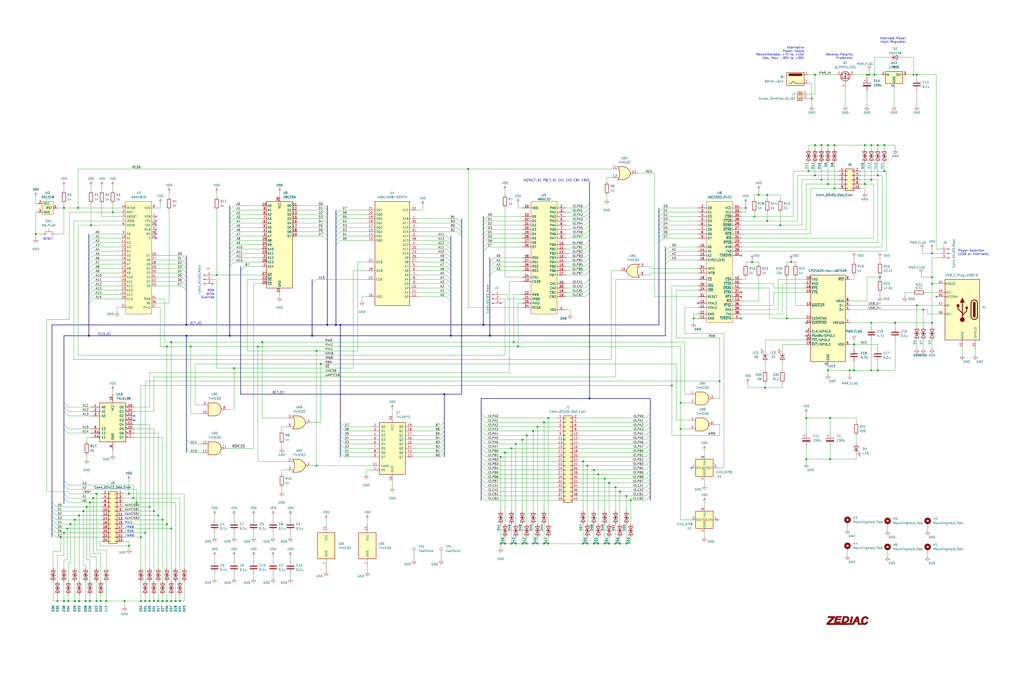
<source format=kicad_sch>
(kicad_sch (version 20211123) (generator eeschema)
  (paper "User" 599.999 399.999)
  (title_block (date "2022-10-30"))
  (junction (at 444.5 114.3))
  (junction (at 488.95 85.09))
  (junction (at 406.4 186.69))
  (junction (at 37.465 121.92))
  (junction (at 46.355 302.26))
  (junction (at 457.2 132.08))
  (junction (at 35.56 314.96))
  (junction (at 182.88 196.85))
  (junction (at 473.71 100.33))
  (junction (at 537.21 43.815))
  (junction (at 82.55 352.425))
  (junction (at 153.67 200.66))
  (junction (at 134.62 196.85))
  (junction (at 356.87 283.21))
  (junction (at 518.16 100.33))
  (junction (at 97.79 352.425))
  (junction (at 472.44 245.11))
  (junction (at 510.54 217.17))
  (junction (at 477.52 43.815))
  (junction (at 300.99 200.66))
  (junction (at 46.355 352.425))
  (junction (at 541.02 181.61))
  (junction (at 318.77 318.77))
  (junction (at 43.815 352.425))
  (junction (at 510.54 85.09))
  (junction (at 363.22 288.29))
  (junction (at 37.465 352.425))
  (junction (at 308.61 318.77))
  (junction (at 477.52 102.87))
  (junction (at 508 43.815))
  (junction (at 199.39 190.5))
  (junction (at 535.305 43.815))
  (junction (at 360.68 318.77))
  (junction (at 524.51 189.23))
  (junction (at 350.52 278.13))
  (junction (at 421.64 223.52))
  (junction (at 488.95 110.49))
  (junction (at 515.62 162.56))
  (junction (at 449.58 114.3))
  (junction (at 344.17 273.05))
  (junction (at 293.37 267.97))
  (junction (at 302.26 260.35))
  (junction (at 354.33 318.77))
  (junction (at 356.87 318.77))
  (junction (at 347.98 275.59))
  (junction (at 100.33 309.88))
  (junction (at 510.54 189.23))
  (junction (at 306.07 318.77))
  (junction (at 52.705 294.64))
  (junction (at 95.25 304.8))
  (junction (at 185.42 273.05))
  (junction (at 97.79 203.2))
  (junction (at 481.33 85.09))
  (junction (at 109.22 196.85))
  (junction (at 497.84 217.17))
  (junction (at 295.91 265.43))
  (junction (at 314.96 250.19))
  (junction (at 87.63 352.425))
  (junction (at 48.895 299.72))
  (junction (at 191.77 190.5))
  (junction (at 367.03 318.77))
  (junction (at 33.655 352.425))
  (junction (at 20.955 137.16))
  (junction (at 321.31 318.77))
  (junction (at 485.14 107.95))
  (junction (at 151.13 203.2))
  (junction (at 43.815 304.8))
  (junction (at 360.68 285.75))
  (junction (at 185.42 205.74))
  (junction (at 461.01 186.69))
  (junction (at 449.58 129.54))
  (junction (at 62.23 352.425))
  (junction (at 90.17 352.425))
  (junction (at 287.02 196.85))
  (junction (at 78.105 292.1))
  (junction (at 537.21 179.07))
  (junction (at 500.38 217.17))
  (junction (at 472.44 269.24))
  (junction (at 318.77 247.65))
  (junction (at 312.42 252.73))
  (junction (at 314.96 318.77))
  (junction (at 73.025 352.425))
  (junction (at 546.1 189.23))
  (junction (at 306.07 257.81))
  (junction (at 45.72 121.92))
  (junction (at 500.38 201.93))
  (junction (at 546.1 162.56))
  (junction (at 52.07 196.85))
  (junction (at 75.565 320.04))
  (junction (at 260.35 231.14))
  (junction (at 321.31 245.11))
  (junction (at 312.42 318.77))
  (junction (at 345.44 233.68))
  (junction (at 56.515 289.56))
  (junction (at 56.515 352.425))
  (junction (at 369.57 293.37))
  (junction (at 66.04 124.46))
  (junction (at 546.1 148.59))
  (junction (at 299.72 262.89))
  (junction (at 85.09 352.425))
  (junction (at 302.26 318.77))
  (junction (at 59.055 352.425))
  (junction (at 80.01 294.64))
  (junction (at 514.35 217.17))
  (junction (at 187.96 213.36))
  (junction (at 196.85 190.5))
  (junction (at 367.03 290.83))
  (junction (at 506.73 85.09))
  (junction (at 299.72 318.77))
  (junction (at 347.98 318.77))
  (junction (at 448.31 227.33))
  (junction (at 344.17 318.77))
  (junction (at 105.41 352.425))
  (junction (at 54.61 292.1))
  (junction (at 293.37 318.77))
  (junction (at 303.53 203.2))
  (junction (at 85.09 312.42))
  (junction (at 363.22 318.77))
  (junction (at 92.71 352.425))
  (junction (at 100.33 352.425))
  (junction (at 486.41 269.24))
  (junction (at 274.32 99.06))
  (junction (at 92.71 302.26))
  (junction (at 37.465 312.42))
  (junction (at 509.27 43.815))
  (junction (at 109.22 190.5))
  (junction (at 475.615 57.785))
  (junction (at 102.87 352.425))
  (junction (at 95.25 352.425))
  (junction (at 82.55 314.96))
  (junction (at 481.33 105.41))
  (junction (at 398.78 251.46))
  (junction (at 87.63 297.18))
  (junction (at 111.76 203.2))
  (junction (at 295.91 318.77))
  (junction (at 341.63 318.77))
  (junction (at 41.275 307.34))
  (junction (at 436.88 121.92))
  (junction (at 127 161.29))
  (junction (at 137.16 215.9))
  (junction (at 39.37 309.88))
  (junction (at 52.705 352.425))
  (junction (at 393.7 226.06))
  (junction (at 50.8 297.18))
  (junction (at 308.61 255.27))
  (junction (at 97.79 307.34))
  (junction (at 53.34 132.08))
  (junction (at 341.63 270.51))
  (junction (at 463.55 153.67))
  (junction (at 440.69 153.67))
  (junction (at 350.52 318.77))
  (junction (at 485.14 85.09))
  (junction (at 75.565 289.56))
  (junction (at 100.33 200.66))
  (junction (at 514.35 85.09))
  (junction (at 518.16 85.09))
  (junction (at 441.96 127))
  (junction (at 354.33 280.67))
  (junction (at 546.1 166.37))
  (junction (at 512.445 43.815))
  (junction (at 506.73 107.95))
  (junction (at 477.52 85.09))
  (junction (at 283.21 190.5))
  (junction (at 485.14 217.17))
  (junction (at 486.41 245.11))
  (junction (at 50.165 352.425))
  (junction (at 398.78 236.22))
  (junction (at 514.35 102.87))
  (junction (at 264.16 196.85))
  (junction (at 90.17 299.72))
  (junction (at 40.005 352.425))
  (junction (at 510.54 105.41))
  (no_connect (at 91.44 129.54))
  (no_connect (at 91.44 137.16))
  (no_connect (at 91.44 134.62))
  (no_connect (at 91.44 139.7))
  (no_connect (at 91.44 132.08))
  (no_connect (at 548.64 173.99))
  (no_connect (at 293.37 177.8))
  (no_connect (at 124.46 166.37))
  (no_connect (at 434.34 149.86))
  (no_connect (at 78.74 243.84))
  (no_connect (at 472.44 189.23))
  (no_connect (at 434.34 173.99))
  (no_connect (at 434.34 186.69))
  (no_connect (at 434.34 171.45))
  (no_connect (at 472.44 196.85))
  (no_connect (at 472.44 194.31))
  (no_connect (at 78.74 246.38))
  (no_connect (at 420.37 304.8))
  (no_connect (at 408.94 177.8))
  (no_connect (at 405.13 274.32))
  (no_connect (at 91.44 127))
  (bus_entry (at 260.35 265.43) (size -2.54 2.54))
  (bus_entry (at 381 252.73) (size -2.54 2.54))
  (bus_entry (at 381 247.65) (size -2.54 2.54))
  (bus_entry (at 381 250.19) (size -2.54 2.54))
  (bus_entry (at 381 257.81) (size -2.54 2.54))
  (bus_entry (at 381 255.27) (size -2.54 2.54))
  (bus_entry (at 381 273.05) (size -2.54 2.54))
  (bus_entry (at 381 270.51) (size -2.54 2.54))
  (bus_entry (at 381 275.59) (size -2.54 2.54))
  (bus_entry (at 381 265.43) (size -2.54 2.54))
  (bus_entry (at 381 267.97) (size -2.54 2.54))
  (bus_entry (at 381 280.67) (size -2.54 2.54))
  (bus_entry (at 381 278.13) (size -2.54 2.54))
  (bus_entry (at 381 283.21) (size -2.54 2.54))
  (bus_entry (at 381 285.75) (size -2.54 2.54))
  (bus_entry (at 381 288.29) (size -2.54 2.54))
  (bus_entry (at 381 290.83) (size -2.54 2.54))
  (bus_entry (at 381 262.89) (size -2.54 2.54))
  (bus_entry (at 381 260.35) (size -2.54 2.54))
  (bus_entry (at 381 242.57) (size -2.54 2.54))
  (bus_entry (at 381 245.11) (size -2.54 2.54))
  (bus_entry (at 196.85 135.89) (size 2.54 -2.54))
  (bus_entry (at 389.89 149.86) (size 2.54 -2.54))
  (bus_entry (at 281.94 275.59) (size 2.54 2.54))
  (bus_entry (at 281.94 290.83) (size 2.54 2.54))
  (bus_entry (at 345.44 146.05) (size -2.54 2.54))
  (bus_entry (at 345.44 143.51) (size -2.54 2.54))
  (bus_entry (at 345.44 166.37) (size -2.54 2.54))
  (bus_entry (at 345.44 163.83) (size -2.54 2.54))
  (bus_entry (at 345.44 140.97) (size -2.54 2.54))
  (bus_entry (at 345.44 134.62) (size -2.54 2.54))
  (bus_entry (at 345.44 132.08) (size -2.54 2.54))
  (bus_entry (at 345.44 137.16) (size -2.54 2.54))
  (bus_entry (at 345.44 124.46) (size -2.54 2.54))
  (bus_entry (at 345.44 127) (size -2.54 2.54))
  (bus_entry (at 345.44 168.91) (size -2.54 2.54))
  (bus_entry (at 345.44 171.45) (size -2.54 2.54))
  (bus_entry (at 345.44 129.54) (size -2.54 2.54))
  (bus_entry (at 345.44 158.75) (size -2.54 2.54))
  (bus_entry (at 345.44 156.21) (size -2.54 2.54))
  (bus_entry (at 345.44 148.59) (size -2.54 2.54))
  (bus_entry (at 345.44 151.13) (size -2.54 2.54))
  (bus_entry (at 345.44 153.67) (size -2.54 2.54))
  (bus_entry (at 345.44 121.92) (size -2.54 2.54))
  (bus_entry (at 345.44 119.38) (size -2.54 2.54))
  (bus_entry (at 281.94 283.21) (size 2.54 2.54))
  (bus_entry (at 281.94 250.19) (size 2.54 2.54))
  (bus_entry (at 264.16 161.29) (size -2.54 -2.54))
  (bus_entry (at 196.85 128.27) (size 2.54 -2.54))
  (bus_entry (at 134.62 148.59) (size 2.54 -2.54))
  (bus_entry (at 264.16 148.59) (size -2.54 -2.54))
  (bus_entry (at 199.39 262.89) (size 2.54 2.54))
  (bus_entry (at 134.62 146.05) (size 2.54 -2.54))
  (bus_entry (at 264.16 151.13) (size -2.54 -2.54))
  (bus_entry (at 283.21 144.78) (size 2.54 -2.54))
  (bus_entry (at 109.22 262.89) (size 2.54 2.54))
  (bus_entry (at 109.22 257.81) (size 2.54 2.54))
  (bus_entry (at 389.89 154.94) (size 2.54 -2.54))
  (bus_entry (at 134.62 153.67) (size 2.54 -2.54))
  (bus_entry (at 257.81 250.19) (size 2.54 -2.54))
  (bus_entry (at 281.94 242.57) (size 2.54 2.54))
  (bus_entry (at 37.465 289.56) (size 2.54 2.54))
  (bus_entry (at 264.16 156.21) (size -2.54 -2.54))
  (bus_entry (at 264.16 166.37) (size -2.54 -2.54))
  (bus_entry (at 30.48 307.34) (size 2.54 2.54))
  (bus_entry (at 37.465 284.48) (size 2.54 2.54))
  (bus_entry (at 260.35 250.19) (size -2.54 2.54))
  (bus_entry (at 270.51 138.43) (size -2.54 -2.54))
  (bus_entry (at 143.51 156.21) (size -2.54 2.54))
  (bus_entry (at 270.51 130.81) (size -2.54 -2.54))
  (bus_entry (at 270.51 133.35) (size -2.54 -2.54))
  (bus_entry (at 270.51 135.89) (size -2.54 -2.54))
  (bus_entry (at 106.68 167.64) (size 2.54 2.54))
  (bus_entry (at 283.21 129.54) (size 2.54 -2.54))
  (bus_entry (at 196.85 130.81) (size 2.54 -2.54))
  (bus_entry (at 287.02 153.67) (size 2.54 -2.54))
  (bus_entry (at 196.85 138.43) (size 2.54 -2.54))
  (bus_entry (at 199.39 252.73) (size 2.54 2.54))
  (bus_entry (at 134.62 123.19) (size 2.54 -2.54))
  (bus_entry (at 281.94 247.65) (size 2.54 2.54))
  (bus_entry (at 386.08 132.08) (size 2.54 -2.54))
  (bus_entry (at 386.08 137.16) (size 2.54 -2.54))
  (bus_entry (at 260.35 260.35) (size -2.54 2.54))
  (bus_entry (at 134.62 125.73) (size 2.54 -2.54))
  (bus_entry (at 264.16 146.05) (size -2.54 -2.54))
  (bus_entry (at 134.62 130.81) (size 2.54 -2.54))
  (bus_entry (at 281.94 288.29) (size 2.54 2.54))
  (bus_entry (at 134.62 135.89) (size 2.54 -2.54))
  (bus_entry (at 386.08 134.62) (size 2.54 -2.54))
  (bus_entry (at 283.21 147.32) (size 2.54 -2.54))
  (bus_entry (at 134.62 156.21) (size 2.54 -2.54))
  (bus_entry (at 283.21 142.24) (size 2.54 -2.54))
  (bus_entry (at 191.77 133.35) (size -2.54 -2.54))
  (bus_entry (at 264.16 168.91) (size -2.54 -2.54))
  (bus_entry (at 30.48 297.18) (size 2.54 2.54))
  (bus_entry (at 33.02 297.18) (size -2.54 -2.54))
  (bus_entry (at 281.94 278.13) (size 2.54 2.54))
  (bus_entry (at 264.16 140.97) (size -2.54 -2.54))
  (bus_entry (at 199.39 140.97) (size -2.54 2.54))
  (bus_entry (at 134.62 133.35) (size 2.54 -2.54))
  (bus_entry (at 196.85 133.35) (size 2.54 -2.54))
  (bus_entry (at 386.08 129.54) (size 2.54 -2.54))
  (bus_entry (at 37.465 251.46) (size 2.54 2.54))
  (bus_entry (at 30.48 299.72) (size 2.54 2.54))
  (bus_entry (at 191.77 138.43) (size -2.54 -2.54))
  (bus_entry (at 281.94 262.89) (size 2.54 2.54))
  (bus_entry (at 37.465 238.76) (size 2.54 2.54))
  (bus_entry (at 281.94 273.05) (size 2.54 2.54))
  (bus_entry (at 260.35 255.27) (size -2.54 2.54))
  (bus_entry (at 134.62 151.13) (size 2.54 -2.54))
  (bus_entry (at 264.16 173.99) (size -2.54 -2.54))
  (bus_entry (at 281.94 270.51) (size 2.54 2.54))
  (bus_entry (at 134.62 128.27) (size 2.54 -2.54))
  (bus_entry (at 260.35 262.89) (size -2.54 2.54))
  (bus_entry (at 264.16 171.45) (size -2.54 -2.54))
  (bus_entry (at 283.21 137.16) (size 2.54 -2.54))
  (bus_entry (at 281.94 255.27) (size 2.54 2.54))
  (bus_entry (at 199.39 255.27) (size 2.54 2.54))
  (bus_entry (at 281.94 245.11) (size 2.54 2.54))
  (bus_entry (at 281.94 260.35) (size 2.54 2.54))
  (bus_entry (at 191.77 125.73) (size -2.54 -2.54))
  (bus_entry (at 134.62 143.51) (size 2.54 -2.54))
  (bus_entry (at 283.21 132.08) (size 2.54 -2.54))
  (bus_entry (at 281.94 285.75) (size 2.54 2.54))
  (bus_entry (at 189.23 138.43) (size 2.54 2.54))
  (bus_entry (at 134.62 140.97) (size 2.54 -2.54))
  (bus_entry (at 191.77 123.19) (size -2.54 -2.54))
  (bus_entry (at 37.465 281.94) (size 2.54 2.54))
  (bus_entry (at 386.08 124.46) (size 2.54 -2.54))
  (bus_entry (at 264.16 158.75) (size -2.54 -2.54))
  (bus_entry (at 37.465 236.22) (size 2.54 2.54))
  (bus_entry (at 30.48 309.88) (size 2.54 2.54))
  (bus_entry (at 182.88 166.37) (size 2.54 -2.54))
  (bus_entry (at 199.39 257.81) (size 2.54 2.54))
  (bus_entry (at 37.465 241.3) (size 2.54 2.54))
  (bus_entry (at 37.465 248.92) (size 2.54 2.54))
  (bus_entry (at 281.94 257.81) (size 2.54 2.54))
  (bus_entry (at 389.89 152.4) (size 2.54 -2.54))
  (bus_entry (at 191.77 135.89) (size -2.54 -2.54))
  (bus_entry (at 287.02 156.21) (size 2.54 -2.54))
  (bus_entry (at 281.94 267.97) (size 2.54 2.54))
  (bus_entry (at 386.08 127) (size 2.54 -2.54))
  (bus_entry (at 134.62 138.43) (size 2.54 -2.54))
  (bus_entry (at 37.465 292.1) (size 2.54 2.54))
  (bus_entry (at 191.77 128.27) (size -2.54 -2.54))
  (bus_entry (at 281.94 252.73) (size 2.54 2.54))
  (bus_entry (at 264.16 153.67) (size -2.54 -2.54))
  (bus_entry (at 281.94 280.67) (size 2.54 2.54))
  (bus_entry (at 264.16 163.83) (size -2.54 -2.54))
  (bus_entry (at 389.89 147.32) (size 2.54 -2.54))
  (bus_entry (at 287.02 158.75) (size 2.54 -2.54))
  (bus_entry (at 199.39 265.43) (size 2.54 2.54))
  (bus_entry (at 109.22 160.02) (size -2.54 -2.54))
  (bus_entry (at 109.22 162.56) (size -2.54 -2.54))
  (bus_entry (at 109.22 157.48) (size -2.54 -2.54))
  (bus_entry (at 109.22 167.64) (size -2.54 -2.54))
  (bus_entry (at 109.22 152.4) (size -2.54 -2.54))
  (bus_entry (at 109.22 154.94) (size -2.54 -2.54))
  (bus_entry (at 109.22 165.1) (size -2.54 -2.54))
  (bus_entry (at 283.21 134.62) (size 2.54 -2.54))
  (bus_entry (at 386.08 142.24) (size 2.54 -2.54))
  (bus_entry (at 281.94 265.43) (size 2.54 2.54))
  (bus_entry (at 201.93 250.19) (size -2.54 -2.54))
  (bus_entry (at 283.21 139.7) (size 2.54 -2.54))
  (bus_entry (at 52.07 177.8) (size 2.54 -2.54))
  (bus_entry (at 52.07 139.7) (size 2.54 -2.54))
  (bus_entry (at 52.07 142.24) (size 2.54 -2.54))
  (bus_entry (at 52.07 170.18) (size 2.54 -2.54))
  (bus_entry (at 52.07 167.64) (size 2.54 -2.54))
  (bus_entry (at 52.07 154.94) (size 2.54 -2.54))
  (bus_entry (at 52.07 157.48) (size 2.54 -2.54))
  (bus_entry (at 52.07 162.56) (size 2.54 -2.54))
  (bus_entry (at 52.07 160.02) (size 2.54 -2.54))
  (bus_entry (at 52.07 165.1) (size 2.54 -2.54))
  (bus_entry (at 52.07 175.26) (size 2.54 -2.54))
  (bus_entry (at 52.07 172.72) (size 2.54 -2.54))
  (bus_entry (at 52.07 152.4) (size 2.54 -2.54))
  (bus_entry (at 52.07 147.32) (size 2.54 -2.54))
  (bus_entry (at 52.07 144.78) (size 2.54 -2.54))
  (bus_entry (at 52.07 149.86) (size 2.54 -2.54))
  (bus_entry (at 199.39 250.19) (size 2.54 2.54))
  (bus_entry (at 260.35 257.81) (size -2.54 2.54))
  (bus_entry (at 287.02 161.29) (size 2.54 -2.54))
  (bus_entry (at 196.85 125.73) (size 2.54 -2.54))
  (bus_entry (at 191.77 130.81) (size -2.54 -2.54))
  (bus_entry (at 386.08 139.7) (size 2.54 -2.54))
  (bus_entry (at 260.35 252.73) (size -2.54 2.54))
  (bus_entry (at 30.48 312.42) (size 2.54 2.54))
  (bus_entry (at 264.16 143.51) (size -2.54 -2.54))
  (bus_entry (at 30.48 302.26) (size 2.54 2.54))
  (bus_entry (at 196.85 140.97) (size 2.54 -2.54))
  (bus_entry (at 30.48 304.8) (size 2.54 2.54))
  (bus_entry (at 264.16 176.53) (size -2.54 -2.54))
  (bus_entry (at 199.39 260.35) (size 2.54 2.54))
  (wire (pts (xy 209.55 153.67) (xy 209.55 205.74)))
  (wire (pts (xy 535.305 33.655) (xy 535.305 43.815)))
  (wire (pts (xy 78.74 248.92) (xy 87.63 248.92)))
  (bus (pts (xy 30.48 309.88) (xy 30.48 312.42)))
  (wire (pts (xy 326.39 245.11) (xy 321.31 245.11)))
  (wire (pts (xy 90.17 251.46) (xy 90.17 299.72)))
  (wire (pts (xy 37.465 340.995) (xy 37.465 352.425)))
  (wire (pts (xy 331.47 143.51) (xy 342.9 143.51)))
  (wire (pts (xy 486.41 245.11) (xy 472.44 245.11)))
  (wire (pts (xy 111.76 203.2) (xy 111.76 242.57)))
  (bus (pts (xy 109.22 170.18) (xy 109.22 190.5)))
  (wire (pts (xy 137.16 146.05) (xy 153.67 146.05)))
  (wire (pts (xy 245.11 130.81) (xy 267.97 130.81)))
  (wire (pts (xy 285.75 144.78) (xy 306.07 144.78)))
  (bus (pts (xy 134.62 130.81) (xy 134.62 133.35)))
  (wire (pts (xy 45.72 121.92) (xy 45.72 99.06)))
  (wire (pts (xy 54.61 324.485) (xy 54.61 292.1)))
  (wire (pts (xy 185.42 163.83) (xy 214.63 163.83)))
  (bus (pts (xy 37.465 196.85) (xy 37.465 236.22)))
  (bus (pts (xy 345.44 153.67) (xy 345.44 156.21)))
  (bus (pts (xy 345.44 146.05) (xy 345.44 148.59)))
  (wire (pts (xy 472.44 134.62) (xy 472.44 107.95)))
  (wire (pts (xy 563.88 204.47) (xy 563.88 208.28)))
  (bus (pts (xy 134.62 123.19) (xy 134.62 125.73)))
  (bus (pts (xy 134.62 146.05) (xy 134.62 148.59)))
  (bus (pts (xy 260.35 231.14) (xy 270.51 231.14)))
  (wire (pts (xy 93.98 121.92) (xy 91.44 121.92)))
  (wire (pts (xy 151.13 203.2) (xy 151.13 270.51)))
  (wire (pts (xy 39.37 309.88) (xy 59.69 309.88)))
  (wire (pts (xy 214.63 135.89) (xy 199.39 135.89)))
  (wire (pts (xy 424.18 274.32) (xy 420.37 274.32)))
  (wire (pts (xy 114.3 237.49) (xy 118.11 237.49)))
  (wire (pts (xy 62.23 333.375) (xy 62.23 322.58)))
  (wire (pts (xy 396.24 246.38) (xy 396.24 213.36)))
  (wire (pts (xy 261.62 138.43) (xy 245.11 138.43)))
  (wire (pts (xy 96.52 175.26) (xy 96.52 200.66)))
  (bus (pts (xy 281.94 260.35) (xy 281.94 262.89)))
  (wire (pts (xy 339.09 270.51) (xy 341.63 270.51)))
  (wire (pts (xy 91.44 175.26) (xy 96.52 175.26)))
  (wire (pts (xy 85.09 223.52) (xy 85.09 312.42)))
  (wire (pts (xy 473.71 100.33) (xy 491.49 100.33)))
  (bus (pts (xy 283.21 190.5) (xy 386.08 190.5)))
  (wire (pts (xy 360.68 307.34) (xy 360.68 318.77)))
  (wire (pts (xy 497.84 189.23) (xy 510.54 189.23)))
  (wire (pts (xy 344.17 273.05) (xy 344.17 307.34)))
  (bus (pts (xy 199.39 190.5) (xy 199.39 247.65)))
  (wire (pts (xy 356.87 283.21) (xy 356.87 307.34)))
  (bus (pts (xy 37.465 238.76) (xy 37.465 241.3)))
  (bus (pts (xy 109.22 160.02) (xy 109.22 162.56)))
  (wire (pts (xy 501.65 255.27) (xy 501.65 259.08)))
  (wire (pts (xy 217.17 262.89) (xy 201.93 262.89)))
  (wire (pts (xy 306.07 172.72) (xy 300.99 172.72)))
  (bus (pts (xy 264.16 168.91) (xy 264.16 171.45)))
  (wire (pts (xy 514.35 217.17) (xy 510.54 217.17)))
  (bus (pts (xy 30.48 312.42) (xy 30.48 314.96)))
  (wire (pts (xy 458.47 166.37) (xy 472.44 166.37)))
  (wire (pts (xy 520.7 33.655) (xy 512.445 33.655)))
  (wire (pts (xy 326.39 278.13) (xy 284.48 278.13)))
  (wire (pts (xy 449.58 114.3) (xy 457.2 114.3)))
  (wire (pts (xy 125.73 314.96) (xy 125.73 312.42)))
  (wire (pts (xy 217.17 250.19) (xy 201.93 250.19)))
  (wire (pts (xy 33.02 307.34) (xy 41.275 307.34)))
  (wire (pts (xy 398.78 203.2) (xy 398.78 236.22)))
  (wire (pts (xy 92.71 302.26) (xy 92.71 254)))
  (wire (pts (xy 514.35 105.41) (xy 510.54 105.41)))
  (wire (pts (xy 508 43.815) (xy 508 45.72)))
  (wire (pts (xy 217.17 257.81) (xy 201.93 257.81)))
  (wire (pts (xy 52.705 326.39) (xy 52.705 294.64)))
  (wire (pts (xy 339.09 257.81) (xy 378.46 257.81)))
  (wire (pts (xy 508 162.56) (xy 515.62 162.56)))
  (wire (pts (xy 401.32 231.14) (xy 401.32 200.66)))
  (wire (pts (xy 306.07 175.26) (xy 297.18 175.26)))
  (wire (pts (xy 500.38 212.09) (xy 500.38 217.17)))
  (bus (pts (xy 134.62 120.65) (xy 134.62 123.19)))
  (wire (pts (xy 448.31 217.17) (xy 448.31 213.36)))
  (wire (pts (xy 339.09 250.19) (xy 378.46 250.19)))
  (wire (pts (xy 312.42 252.73) (xy 312.42 299.72)))
  (wire (pts (xy 412.75 264.16) (xy 412.75 266.7)))
  (wire (pts (xy 339.09 267.97) (xy 378.46 267.97)))
  (wire (pts (xy 535.305 43.815) (xy 537.21 43.815)))
  (wire (pts (xy 105.41 352.425) (xy 102.87 352.425)))
  (wire (pts (xy 242.57 252.73) (xy 257.81 252.73)))
  (wire (pts (xy 367.03 290.83) (xy 378.46 290.83)))
  (wire (pts (xy 396.24 170.18) (xy 408.94 170.18)))
  (wire (pts (xy 436.88 163.83) (xy 436.88 162.56)))
  (wire (pts (xy 398.78 236.22) (xy 403.86 236.22)))
  (wire (pts (xy 401.32 195.58) (xy 424.18 195.58)))
  (bus (pts (xy 345.44 166.37) (xy 345.44 168.91)))
  (wire (pts (xy 419.1 233.68) (xy 421.64 233.68)))
  (wire (pts (xy 124.46 161.29) (xy 127 161.29)))
  (wire (pts (xy 441.96 114.3) (xy 444.5 114.3)))
  (bus (pts (xy 389.89 144.78) (xy 389.89 147.32)))
  (wire (pts (xy 302.26 314.96) (xy 302.26 318.77)))
  (wire (pts (xy 542.29 171.45) (xy 548.64 171.45)))
  (wire (pts (xy 274.32 180.34) (xy 306.07 180.34)))
  (wire (pts (xy 306.07 318.77) (xy 302.26 318.77)))
  (wire (pts (xy 214.63 128.27) (xy 199.39 128.27)))
  (wire (pts (xy 45.72 208.28) (xy 295.91 208.28)))
  (wire (pts (xy 173.99 135.89) (xy 189.23 135.89)))
  (wire (pts (xy 363.22 318.77) (xy 360.68 318.77)))
  (bus (pts (xy 381 280.67) (xy 381 283.21)))
  (wire (pts (xy 37.465 312.42) (xy 37.465 325.755)))
  (bus (pts (xy 386.08 134.62) (xy 386.08 137.16)))
  (wire (pts (xy 95.25 348.615) (xy 95.25 352.425)))
  (wire (pts (xy 408.94 167.64) (xy 393.7 167.64)))
  (wire (pts (xy 518.16 95.25) (xy 518.16 100.33)))
  (wire (pts (xy 214.63 138.43) (xy 199.39 138.43)))
  (wire (pts (xy 160.02 314.96) (xy 160.02 312.42)))
  (wire (pts (xy 295.91 314.96) (xy 295.91 318.77)))
  (wire (pts (xy 383.54 173.99) (xy 408.94 173.99)))
  (wire (pts (xy 37.465 121.92) (xy 37.465 137.16)))
  (wire (pts (xy 331.47 168.91) (xy 342.9 168.91)))
  (bus (pts (xy 381 242.57) (xy 381 245.11)))
  (wire (pts (xy 488.95 85.09) (xy 488.95 87.63)))
  (wire (pts (xy 363.22 314.96) (xy 363.22 318.77)))
  (wire (pts (xy 261.62 161.29) (xy 245.11 161.29)))
  (wire (pts (xy 360.68 318.77) (xy 356.87 318.77)))
  (wire (pts (xy 217.17 275.59) (xy 214.63 275.59)))
  (wire (pts (xy 488.95 85.09) (xy 485.14 85.09)))
  (wire (pts (xy 360.68 163.83) (xy 360.68 220.98)))
  (wire (pts (xy 99.06 123.19) (xy 99.06 177.8)))
  (wire (pts (xy 401.32 180.34) (xy 401.32 195.58)))
  (bus (pts (xy 281.94 265.43) (xy 281.94 267.97)))
  (wire (pts (xy 153.67 245.11) (xy 153.67 200.66)))
  (wire (pts (xy 339.09 262.89) (xy 378.46 262.89)))
  (wire (pts (xy 68.58 182.88) (xy 68.58 180.34)))
  (wire (pts (xy 546.1 151.13) (xy 546.1 162.56)))
  (wire (pts (xy 388.62 134.62) (xy 408.94 134.62)))
  (bus (pts (xy 52.07 196.85) (xy 109.22 196.85)))
  (wire (pts (xy 54.61 149.86) (xy 71.12 149.86)))
  (wire (pts (xy 434.34 179.07) (xy 453.39 179.07)))
  (wire (pts (xy 481.33 85.09) (xy 477.52 85.09)))
  (bus (pts (xy 345.44 140.97) (xy 345.44 143.51)))
  (wire (pts (xy 289.56 151.13) (xy 306.07 151.13)))
  (bus (pts (xy 270.51 128.27) (xy 270.51 130.81)))
  (wire (pts (xy 97.79 203.2) (xy 97.79 307.34)))
  (wire (pts (xy 367.03 318.77) (xy 363.22 318.77)))
  (wire (pts (xy 464.82 100.33) (xy 473.71 100.33)))
  (wire (pts (xy 514.35 142.24) (xy 514.35 105.41)))
  (wire (pts (xy 274.32 99.06) (xy 358.14 99.06)))
  (wire (pts (xy 501.65 247.65) (xy 501.65 245.11)))
  (bus (pts (xy 199.39 252.73) (xy 199.39 250.19)))
  (bus (pts (xy 182.88 163.83) (xy 182.88 166.37)))
  (bus (pts (xy 283.21 134.62) (xy 283.21 137.16)))
  (wire (pts (xy 285.75 137.16) (xy 306.07 137.16)))
  (wire (pts (xy 91.44 162.56) (xy 106.68 162.56)))
  (bus (pts (xy 345.44 151.13) (xy 345.44 153.67)))
  (wire (pts (xy 339.09 255.27) (xy 378.46 255.27)))
  (wire (pts (xy 62.23 322.58) (xy 56.515 322.58)))
  (wire (pts (xy 455.93 181.61) (xy 434.34 181.61)))
  (wire (pts (xy 261.62 166.37) (xy 245.11 166.37)))
  (wire (pts (xy 127 123.19) (xy 127 161.29)))
  (wire (pts (xy 91.44 165.1) (xy 106.68 165.1)))
  (wire (pts (xy 406.4 186.69) (xy 408.94 186.69)))
  (bus (pts (xy 381 233.68) (xy 381 242.57)))
  (bus (pts (xy 345.44 134.62) (xy 345.44 137.16)))
  (wire (pts (xy 105.41 348.615) (xy 105.41 352.425)))
  (wire (pts (xy 40.64 124.46) (xy 40.64 187.325)))
  (wire (pts (xy 41.275 307.34) (xy 41.275 330.2)))
  (wire (pts (xy 148.59 339.09) (xy 148.59 336.55)))
  (wire (pts (xy 173.99 125.73) (xy 189.23 125.73)))
  (wire (pts (xy 495.3 51.435) (xy 495.3 62.23)))
  (bus (pts (xy 386.08 129.54) (xy 386.08 132.08)))
  (bus (pts (xy 283.21 147.32) (xy 283.21 190.5)))
  (wire (pts (xy 477.52 85.09) (xy 473.71 85.09)))
  (wire (pts (xy 59.055 352.425) (xy 62.23 352.425)))
  (wire (pts (xy 133.35 262.89) (xy 148.59 262.89)))
  (wire (pts (xy 500.38 163.83) (xy 497.84 163.83)))
  (wire (pts (xy 53.34 109.22) (xy 53.34 111.76)))
  (wire (pts (xy 35.56 314.96) (xy 59.69 314.96)))
  (wire (pts (xy 78.105 292.1) (xy 72.39 292.1)))
  (wire (pts (xy 369.57 293.37) (xy 369.57 307.34)))
  (wire (pts (xy 497.84 217.17) (xy 497.84 219.71)))
  (wire (pts (xy 477.52 102.87) (xy 491.49 102.87)))
  (wire (pts (xy 72.39 312.42) (xy 85.09 312.42)))
  (wire (pts (xy 514.35 85.09) (xy 514.35 87.63)))
  (wire (pts (xy 54.61 152.4) (xy 71.12 152.4)))
  (bus (pts (xy 345.44 156.21) (xy 345.44 158.75)))
  (bus (pts (xy 345.44 127) (xy 345.44 129.54)))
  (bus (pts (xy 260.35 250.19) (xy 260.35 247.65)))
  (bus (pts (xy 281.94 250.19) (xy 281.94 252.73)))
  (bus (pts (xy 191.77 130.81) (xy 191.77 133.35)))
  (wire (pts (xy 546.1 148.59) (xy 551.18 148.59)))
  (wire (pts (xy 392.43 144.78) (xy 408.94 144.78)))
  (bus (pts (xy 287.02 161.29) (xy 287.02 196.85)))
  (wire (pts (xy 524.51 199.39) (xy 524.51 217.17)))
  (wire (pts (xy 326.39 265.43) (xy 295.91 265.43)))
  (bus (pts (xy 281.94 288.29) (xy 281.94 290.83)))
  (wire (pts (xy 92.71 340.995) (xy 92.71 352.425)))
  (wire (pts (xy 137.16 125.73) (xy 153.67 125.73)))
  (wire (pts (xy 40.005 292.1) (xy 54.61 292.1)))
  (wire (pts (xy 326.39 252.73) (xy 312.42 252.73)))
  (bus (pts (xy 260.35 231.14) (xy 260.35 247.65)))
  (wire (pts (xy 453.39 179.07) (xy 453.39 171.45)))
  (wire (pts (xy 540.385 146.05) (xy 540.385 148.59)))
  (wire (pts (xy 381 156.21) (xy 381 157.48)))
  (bus (pts (xy 287.02 158.75) (xy 287.02 161.29)))
  (wire (pts (xy 457.2 132.08) (xy 457.2 124.46)))
  (wire (pts (xy 534.67 171.45) (xy 530.225 171.45)))
  (wire (pts (xy 148.59 262.89) (xy 148.59 166.37)))
  (wire (pts (xy 497.84 181.61) (xy 541.02 181.61)))
  (bus (pts (xy 381 255.27) (xy 381 257.81)))
  (wire (pts (xy 137.16 138.43) (xy 153.67 138.43)))
  (wire (pts (xy 406.4 189.23) (xy 406.4 186.69)))
  (wire (pts (xy 500.38 201.93) (xy 514.35 201.93)))
  (wire (pts (xy 473.71 48.895) (xy 475.615 48.895)))
  (bus (pts (xy 134.62 135.89) (xy 134.62 138.43)))
  (wire (pts (xy 299.72 307.34) (xy 299.72 318.77)))
  (bus (pts (xy 134.62 140.97) (xy 134.62 143.51)))
  (wire (pts (xy 302.26 260.35) (xy 284.48 260.35)))
  (wire (pts (xy 537.21 43.815) (xy 537.21 45.72)))
  (wire (pts (xy 43.815 340.995) (xy 43.815 352.425)))
  (wire (pts (xy 245.11 135.89) (xy 267.97 135.89)))
  (wire (pts (xy 339.09 275.59) (xy 347.98 275.59)))
  (bus (pts (xy 109.22 196.85) (xy 134.62 196.85)))
  (bus (pts (xy 109.22 149.86) (xy 109.22 152.4)))
  (bus (pts (xy 52.07 165.1) (xy 52.07 167.64)))
  (wire (pts (xy 306.07 257.81) (xy 284.48 257.81)))
  (bus (pts (xy 264.16 151.13) (xy 264.16 153.67)))
  (wire (pts (xy 488.95 110.49) (xy 491.49 110.49)))
  (bus (pts (xy 345.44 137.16) (xy 345.44 140.97)))
  (wire (pts (xy 261.62 156.21) (xy 245.11 156.21)))
  (wire (pts (xy 72.39 307.34) (xy 97.79 307.34)))
  (wire (pts (xy 331.47 127) (xy 342.9 127)))
  (bus (pts (xy 381 250.19) (xy 381 252.73)))
  (wire (pts (xy 546.1 189.23) (xy 546.1 191.77)))
  (bus (pts (xy 381 245.11) (xy 381 247.65)))
  (wire (pts (xy 339.09 283.21) (xy 356.87 283.21)))
  (wire (pts (xy 105.41 352.425) (xy 107.95 352.425)))
  (wire (pts (xy 500.38 199.39) (xy 500.38 201.93)))
  (wire (pts (xy 137.16 153.67) (xy 153.67 153.67)))
  (wire (pts (xy 137.16 302.26) (xy 137.16 304.8)))
  (wire (pts (xy 46.355 302.26) (xy 59.69 302.26)))
  (wire (pts (xy 40.005 241.3) (xy 53.34 241.3)))
  (wire (pts (xy 331.47 153.67) (xy 342.9 153.67)))
  (wire (pts (xy 85.09 348.615) (xy 85.09 352.425)))
  (bus (pts (xy 386.08 121.92) (xy 386.08 124.46)))
  (wire (pts (xy 360.68 285.75) (xy 378.46 285.75)))
  (wire (pts (xy 344.17 273.05) (xy 378.46 273.05)))
  (wire (pts (xy 514.35 204.47) (xy 514.35 201.93)))
  (wire (pts (xy 403.86 231.14) (xy 401.32 231.14)))
  (wire (pts (xy 187.96 213.36) (xy 114.3 213.36)))
  (wire (pts (xy 331.47 129.54) (xy 342.9 129.54)))
  (bus (pts (xy 109.22 196.85) (xy 109.22 257.81)))
  (wire (pts (xy 43.815 352.425) (xy 40.005 352.425)))
  (wire (pts (xy 421.64 198.12) (xy 421.64 223.52)))
  (bus (pts (xy 281.94 273.05) (xy 281.94 275.59)))
  (bus (pts (xy 109.22 157.48) (xy 109.22 160.02)))
  (wire (pts (xy 293.37 267.97) (xy 293.37 299.72)))
  (wire (pts (xy 472.44 261.62) (xy 472.44 269.24)))
  (bus (pts (xy 199.39 250.19) (xy 199.39 247.65)))
  (wire (pts (xy 137.16 120.65) (xy 153.67 120.65)))
  (wire (pts (xy 358.14 158.75) (xy 358.14 210.82)))
  (wire (pts (xy 217.17 267.97) (xy 201.93 267.97)))
  (wire (pts (xy 40.005 284.48) (xy 78.105 284.48)))
  (wire (pts (xy 477.52 95.25) (xy 477.52 102.87)))
  (wire (pts (xy 27.305 288.29) (xy 40.64 288.29)))
  (wire (pts (xy 73.025 352.425) (xy 82.55 352.425)))
  (bus (pts (xy 264.16 146.05) (xy 264.16 148.59)))
  (wire (pts (xy 477.52 55.245) (xy 477.52 43.815)))
  (wire (pts (xy 173.99 130.81) (xy 189.23 130.81)))
  (wire (pts (xy 37.465 352.425) (xy 33.655 352.425)))
  (wire (pts (xy 165.1 260.35) (xy 165.1 262.89)))
  (wire (pts (xy 33.02 304.8) (xy 43.815 304.8)))
  (wire (pts (xy 66.04 266.7) (xy 66.04 264.16)))
  (wire (pts (xy 388.62 127) (xy 408.94 127)))
  (wire (pts (xy 314.96 314.96) (xy 314.96 318.77)))
  (wire (pts (xy 408.94 163.83) (xy 360.68 163.83)))
  (wire (pts (xy 481.33 85.09) (xy 481.33 87.63)))
  (wire (pts (xy 137.16 215.9) (xy 127 215.9)))
  (wire (pts (xy 369.57 314.96) (xy 369.57 318.77)))
  (wire (pts (xy 68.58 180.34) (xy 71.12 180.34)))
  (wire (pts (xy 520.065 324.485) (xy 520.065 326.39)))
  (wire (pts (xy 350.52 278.13) (xy 350.52 307.34)))
  (wire (pts (xy 91.44 167.64) (xy 106.68 167.64)))
  (wire (pts (xy 381 157.48) (xy 408.94 157.48)))
  (wire (pts (xy 242.57 262.89) (xy 257.81 262.89)))
  (bus (pts (xy 191.77 140.97) (xy 191.77 190.5)))
  (wire (pts (xy 91.44 180.34) (xy 93.98 180.34)))
  (wire (pts (xy 331.47 132.08) (xy 342.9 132.08)))
  (wire (pts (xy 412.75 312.42) (xy 412.75 314.96)))
  (wire (pts (xy 56.515 352.425) (xy 52.705 352.425)))
  (bus (pts (xy 264.16 166.37) (xy 264.16 168.91)))
  (wire (pts (xy 217.17 265.43) (xy 201.93 265.43)))
  (wire (pts (xy 477.52 85.09) (xy 477.52 87.63)))
  (bus (pts (xy 109.22 262.89) (xy 109.22 265.43)))
  (wire (pts (xy 441.96 114.3) (xy 441.96 116.84)))
  (bus (pts (xy 281.94 233.68) (xy 281.94 242.57)))
  (wire (pts (xy 373.38 101.6) (xy 383.54 101.6)))
  (wire (pts (xy 515.62 171.45) (xy 515.62 173.99)))
  (wire (pts (xy 510.54 189.23) (xy 510.54 191.77)))
  (wire (pts (xy 111.76 265.43) (xy 118.11 265.43)))
  (wire (pts (xy 318.77 247.65) (xy 284.48 247.65)))
  (wire (pts (xy 341.63 270.51) (xy 341.63 299.72)))
  (wire (pts (xy 48.895 331.47) (xy 50.165 331.47)))
  (wire (pts (xy 504.19 107.95) (xy 506.73 107.95)))
  (wire (pts (xy 466.09 154.94) (xy 466.09 153.67)))
  (wire (pts (xy 500.38 161.29) (xy 500.38 163.83)))
  (wire (pts (xy 424.18 195.58) (xy 424.18 274.32)))
  (wire (pts (xy 293.37 318.77) (xy 293.37 321.31)))
  (wire (pts (xy 299.72 262.89) (xy 284.48 262.89)))
  (wire (pts (xy 274.32 99.06) (xy 274.32 180.34)))
  (wire (pts (xy 90.17 241.3) (xy 78.74 241.3)))
  (wire (pts (xy 297.18 175.26) (xy 297.18 172.72)))
  (wire (pts (xy 245.11 128.27) (xy 267.97 128.27)))
  (wire (pts (xy 341.63 307.34) (xy 341.63 318.77)))
  (wire (pts (xy 436.88 119.38) (xy 436.88 121.92)))
  (wire (pts (xy 510.54 95.25) (xy 510.54 105.41)))
  (wire (pts (xy 54.61 170.18) (xy 71.12 170.18)))
  (bus (pts (xy 345.44 233.68) (xy 381 233.68)))
  (bus (pts (xy 134.62 153.67) (xy 134.62 156.21)))
  (wire (pts (xy 33.02 302.26) (xy 46.355 302.26)))
  (wire (pts (xy 461.01 153.67) (xy 461.01 154.94)))
  (wire (pts (xy 331.47 181.61) (xy 334.01 181.61)))
  (wire (pts (xy 125.73 302.26) (xy 125.73 304.8)))
  (bus (pts (xy 345.44 119.38) (xy 345.44 121.92)))
  (wire (pts (xy 444.5 162.56) (xy 444.5 176.53)))
  (wire (pts (xy 50.165 333.375) (xy 50.165 331.47)))
  (wire (pts (xy 360.68 285.75) (xy 360.68 299.72)))
  (wire (pts (xy 72.39 309.88) (xy 100.33 309.88)))
  (wire (pts (xy 312.42 252.73) (xy 284.48 252.73)))
  (wire (pts (xy 261.62 143.51) (xy 245.11 143.51)))
  (wire (pts (xy 261.62 171.45) (xy 245.11 171.45)))
  (bus (pts (xy 30.48 190.5) (xy 30.48 294.64)))
  (wire (pts (xy 54.61 165.1) (xy 71.12 165.1)))
  (wire (pts (xy 40.005 348.615) (xy 40.005 352.425)))
  (wire (pts (xy 298.45 165.1) (xy 298.45 218.44)))
  (bus (pts (xy 386.08 190.5) (xy 386.08 142.24)))
  (bus (pts (xy 134.62 138.43) (xy 134.62 140.97)))
  (bus (pts (xy 281.94 247.65) (xy 281.94 250.19)))
  (wire (pts (xy 54.61 167.64) (xy 71.12 167.64)))
  (wire (pts (xy 229.87 240.03) (xy 229.87 242.57)))
  (wire (pts (xy 137.16 240.03) (xy 137.16 215.9)))
  (wire (pts (xy 393.7 167.64) (xy 393.7 226.06)))
  (wire (pts (xy 469.9 105.41) (xy 481.33 105.41)))
  (wire (pts (xy 520.065 309.245) (xy 520.065 311.15)))
  (wire (pts (xy 453.39 168.91) (xy 453.39 166.37)))
  (wire (pts (xy 326.39 260.35) (xy 302.26 260.35)))
  (wire (pts (xy 434.34 147.32) (xy 519.43 147.32)))
  (bus (pts (xy 381 283.21) (xy 381 285.75)))
  (wire (pts (xy 137.16 128.27) (xy 153.67 128.27)))
  (wire (pts (xy 148.59 326.39) (xy 148.59 328.93)))
  (wire (pts (xy 242.57 260.35) (xy 257.81 260.35)))
  (wire (pts (xy 339.09 245.11) (xy 378.46 245.11)))
  (wire (pts (xy 185.42 205.74) (xy 185.42 273.05)))
  (bus (pts (xy 381 285.75) (xy 381 288.29)))
  (wire (pts (xy 326.39 293.37) (xy 284.48 293.37)))
  (wire (pts (xy 40.005 340.995) (xy 40.005 330.2)))
  (bus (pts (xy 270.51 135.89) (xy 270.51 138.43)))
  (wire (pts (xy 472.44 163.83) (xy 455.93 163.83)))
  (wire (pts (xy 548.64 43.815) (xy 537.21 43.815)))
  (wire (pts (xy 303.53 177.8) (xy 303.53 203.2)))
  (wire (pts (xy 436.88 124.46) (xy 436.88 121.92)))
  (wire (pts (xy 506.73 110.49) (xy 506.73 113.03)))
  (wire (pts (xy 457.2 132.08) (xy 469.9 132.08)))
  (bus (pts (xy 199.39 190.5) (xy 283.21 190.5)))
  (wire (pts (xy 97.79 203.2) (xy 93.98 203.2)))
  (wire (pts (xy 508 176.53) (xy 508 162.56)))
  (bus (pts (xy 37.465 236.22) (xy 37.465 238.76)))
  (wire (pts (xy 434.34 184.15) (xy 458.47 184.15)))
  (wire (pts (xy 261.62 146.05) (xy 245.11 146.05)))
  (wire (pts (xy 151.13 203.2) (xy 303.53 203.2)))
  (wire (pts (xy 50.8 328.295) (xy 50.8 297.18)))
  (wire (pts (xy 524.51 189.23) (xy 510.54 189.23)))
  (bus (pts (xy 134.62 133.35) (xy 134.62 135.89)))
  (wire (pts (xy 298.45 165.1) (xy 306.07 165.1)))
  (wire (pts (xy 217.17 252.73) (xy 201.93 252.73)))
  (wire (pts (xy 52.705 328.295) (xy 50.8 328.295)))
  (wire (pts (xy 299.72 262.89) (xy 299.72 299.72)))
  (bus (pts (xy 386.08 127) (xy 386.08 129.54)))
  (wire (pts (xy 100.33 309.88) (xy 100.33 340.995)))
  (wire (pts (xy 100.33 200.66) (xy 100.33 309.88)))
  (wire (pts (xy 46.355 348.615) (xy 46.355 352.425)))
  (wire (pts (xy 369.57 318.77) (xy 367.03 318.77)))
  (bus (pts (xy 37.465 251.46) (xy 37.465 281.94)))
  (wire (pts (xy 137.16 135.89) (xy 153.67 135.89)))
  (wire (pts (xy 56.515 340.995) (xy 56.515 352.425)))
  (wire (pts (xy 52.705 340.995) (xy 52.705 328.295)))
  (wire (pts (xy 326.39 262.89) (xy 299.72 262.89)))
  (wire (pts (xy 187.96 247.65) (xy 187.96 213.36)))
  (bus (pts (xy 270.51 130.81) (xy 270.51 133.35)))
  (wire (pts (xy 434.34 163.83) (xy 436.88 163.83)))
  (wire (pts (xy 165.1 250.19) (xy 167.64 250.19)))
  (wire (pts (xy 72.39 314.96) (xy 82.55 314.96)))
  (wire (pts (xy 245.11 133.35) (xy 267.97 133.35)))
  (wire (pts (xy 95.25 256.54) (xy 95.25 304.8)))
  (wire (pts (xy 339.09 252.73) (xy 378.46 252.73)))
  (wire (pts (xy 392.43 149.86) (xy 408.94 149.86)))
  (wire (pts (xy 508 53.34) (xy 508 62.23)))
  (wire (pts (xy 54.61 292.1) (xy 59.69 292.1)))
  (wire (pts (xy 170.18 314.96) (xy 170.18 312.42)))
  (wire (pts (xy 33.655 121.92) (xy 37.465 121.92)))
  (wire (pts (xy 137.16 130.81) (xy 153.67 130.81)))
  (wire (pts (xy 295.91 318.77) (xy 293.37 318.77)))
  (wire (pts (xy 40.64 289.56) (xy 56.515 289.56)))
  (wire (pts (xy 125.73 339.09) (xy 125.73 336.55)))
  (wire (pts (xy 455.93 163.83) (xy 455.93 181.61)))
  (wire (pts (xy 363.22 158.75) (xy 358.14 158.75)))
  (wire (pts (xy 302.26 260.35) (xy 302.26 307.34)))
  (wire (pts (xy 85.09 312.42) (xy 85.09 340.995)))
  (wire (pts (xy 472.44 107.95) (xy 485.14 107.95)))
  (wire (pts (xy 408.94 180.34) (xy 401.32 180.34)))
  (wire (pts (xy 160.02 339.09) (xy 160.02 336.55)))
  (wire (pts (xy 247.65 123.19) (xy 245.11 123.19)))
  (wire (pts (xy 354.33 307.34) (xy 354.33 318.77)))
  (wire (pts (xy 214.63 130.81) (xy 199.39 130.81)))
  (wire (pts (xy 43.2014 210.82) (xy 358.14 210.82)))
  (wire (pts (xy 473.71 57.785) (xy 475.615 57.785)))
  (wire (pts (xy 285.75 134.62) (xy 306.07 134.62)))
  (wire (pts (xy 355.6 104.14) (xy 358.14 104.14)))
  (bus (pts (xy 264.16 158.75) (xy 264.16 161.29)))
  (bus (pts (xy 345.44 124.46) (xy 345.44 127)))
  (bus (pts (xy 281.94 290.83) (xy 281.94 293.37)))
  (wire (pts (xy 54.61 175.26) (xy 71.12 175.26)))
  (wire (pts (xy 102.87 333.375) (xy 102.87 294.64)))
  (wire (pts (xy 50.8 256.54) (xy 50.8 259.08)))
  (wire (pts (xy 100.33 348.615) (xy 100.33 352.425)))
  (wire (pts (xy 436.88 153.67) (xy 440.69 153.67)))
  (wire (pts (xy 45.72 121.92) (xy 71.12 121.92)))
  (bus (pts (xy 264.16 153.67) (xy 264.16 156.21)))
  (wire (pts (xy 339.09 280.67) (xy 354.33 280.67)))
  (wire (pts (xy 59.055 324.485) (xy 59.055 340.995)))
  (bus (pts (xy 196.85 135.89) (xy 196.85 138.43)))
  (bus (pts (xy 109.22 154.94) (xy 109.22 157.48)))
  (wire (pts (xy 504.19 100.33) (xy 518.16 100.33)))
  (wire (pts (xy 143.51 156.21) (xy 153.67 156.21)))
  (wire (pts (xy 82.55 340.995) (xy 82.55 352.425)))
  (wire (pts (xy 148.59 166.37) (xy 153.67 166.37)))
  (wire (pts (xy 187.96 213.36) (xy 396.24 213.36)))
  (bus (pts (xy 345.44 158.75) (xy 345.44 163.83)))
  (wire (pts (xy 165.1 275.59) (xy 167.64 275.59)))
  (bus (pts (xy 260.35 260.35) (xy 260.35 257.81)))
  (wire (pts (xy 481.33 105.41) (xy 491.49 105.41)))
  (wire (pts (xy 73.025 352.425) (xy 73.025 355.6)))
  (wire (pts (xy 293.37 307.34) (xy 293.37 318.77)))
  (bus (pts (xy 30.48 307.34) (xy 30.48 304.8)))
  (wire (pts (xy 523.875 51.435) (xy 523.875 62.23)))
  (wire (pts (xy 137.16 151.13) (xy 153.67 151.13)))
  (wire (pts (xy 444.5 111.76) (xy 444.5 114.3)))
  (wire (pts (xy 87.63 248.92) (xy 87.63 297.18)))
  (wire (pts (xy 438.15 224.79) (xy 438.15 227.33)))
  (wire (pts (xy 326.39 247.65) (xy 318.77 247.65)))
  (wire (pts (xy 144.78 163.83) (xy 153.67 163.83)))
  (wire (pts (xy 78.105 292.1) (xy 105.41 292.1)))
  (wire (pts (xy 334.01 181.61) (xy 334.01 184.15)))
  (wire (pts (xy 91.44 149.86) (xy 106.68 149.86)))
  (bus (pts (xy 191.77 123.19) (xy 191.77 125.73)))
  (wire (pts (xy 537.21 179.07) (xy 537.21 191.77)))
  (wire (pts (xy 242.57 267.97) (xy 257.81 267.97)))
  (wire (pts (xy 467.36 102.87) (xy 477.52 102.87)))
  (bus (pts (xy 345.44 106.68) (xy 345.44 119.38)))
  (wire (pts (xy 350.52 278.13) (xy 378.46 278.13)))
  (wire (pts (xy 54.61 142.24) (xy 71.12 142.24)))
  (wire (pts (xy 87.63 218.44) (xy 298.45 218.44)))
  (bus (pts (xy 270.51 138.43) (xy 270.51 231.14)))
  (wire (pts (xy 90.17 348.615) (xy 90.17 352.425)))
  (wire (pts (xy 102.87 340.995) (xy 102.87 352.425)))
  (bus (pts (xy 345.44 143.51) (xy 345.44 146.05)))
  (wire (pts (xy 285.75 139.7) (xy 306.07 139.7)))
  (wire (pts (xy 58.42 317.5) (xy 59.69 317.5)))
  (wire (pts (xy 347.98 318.77) (xy 344.17 318.77)))
  (bus (pts (xy 264.16 161.29) (xy 264.16 163.83)))
  (wire (pts (xy 321.31 245.11) (xy 321.31 307.34)))
  (wire (pts (xy 440.69 152.4) (xy 440.69 153.67)))
  (wire (pts (xy 541.02 199.39) (xy 541.02 204.47)))
  (wire (pts (xy 475.615 48.895) (xy 475.615 57.785)))
  (wire (pts (xy 474.98 137.16) (xy 474.98 110.49)))
  (wire (pts (xy 314.96 250.19) (xy 284.48 250.19)))
  (bus (pts (xy 264.16 196.85) (xy 287.02 196.85)))
  (wire (pts (xy 388.62 139.7) (xy 408.94 139.7)))
  (bus (pts (xy 196.85 138.43) (xy 196.85 140.97)))
  (wire (pts (xy 90.17 299.72) (xy 72.39 299.72)))
  (wire (pts (xy 541.02 181.61) (xy 543.56 181.61)))
  (wire (pts (xy 217.17 255.27) (xy 201.93 255.27)))
  (wire (pts (xy 339.09 247.65) (xy 378.46 247.65)))
  (wire (pts (xy 97.79 203.2) (xy 111.76 203.2)))
  (wire (pts (xy 314.96 318.77) (xy 312.42 318.77)))
  (wire (pts (xy 453.39 171.45) (xy 472.44 171.45)))
  (wire (pts (xy 295.91 175.26) (xy 295.91 208.28)))
  (bus (pts (xy 345.44 171.45) (xy 345.44 233.68)))
  (wire (pts (xy 107.95 289.56) (xy 107.95 333.375)))
  (wire (pts (xy 214.63 125.73) (xy 199.39 125.73)))
  (wire (pts (xy 355.6 106.68) (xy 355.6 104.14)))
  (bus (pts (xy 191.77 120.65) (xy 191.77 123.19)))
  (bus (pts (xy 37.465 284.48) (xy 37.465 289.56)))
  (wire (pts (xy 214.63 123.19) (xy 199.39 123.19)))
  (wire (pts (xy 405.13 304.8) (xy 398.78 304.8)))
  (bus (pts (xy 134.62 156.21) (xy 134.62 196.85)))
  (wire (pts (xy 160.02 302.26) (xy 160.02 304.8)))
  (wire (pts (xy 45.72 99.06) (xy 274.32 99.06)))
  (wire (pts (xy 458.47 217.17) (xy 458.47 213.36)))
  (wire (pts (xy 434.34 168.91) (xy 450.85 168.91)))
  (bus (pts (xy 109.22 257.81) (xy 109.22 262.89)))
  (wire (pts (xy 124.46 163.83) (xy 127 163.83)))
  (wire (pts (xy 326.39 290.83) (xy 284.48 290.83)))
  (bus (pts (xy 109.22 162.56) (xy 109.22 165.1)))
  (wire (pts (xy 546.1 199.39) (xy 546.1 204.47)))
  (bus (pts (xy 386.08 139.7) (xy 386.08 142.24)))
  (wire (pts (xy 326.39 288.29) (xy 284.48 288.29)))
  (wire (pts (xy 37.465 312.42) (xy 59.69 312.42)))
  (wire (pts (xy 212.09 173.99) (xy 214.63 173.99)))
  (bus (pts (xy 52.07 139.7) (xy 52.07 142.24)))
  (wire (pts (xy 466.09 153.67) (xy 463.55 153.67)))
  (wire (pts (xy 31.115 323.215) (xy 31.115 333.375)))
  (wire (pts (xy 541.02 181.61) (xy 541.02 191.77)))
  (wire (pts (xy 56.515 333.375) (xy 56.515 326.39)))
  (wire (pts (xy 515.62 161.29) (xy 515.62 162.56)))
  (wire (pts (xy 331.47 146.05) (xy 342.9 146.05)))
  (bus (pts (xy 52.07 162.56) (xy 52.07 165.1)))
  (wire (pts (xy 33.02 297.18) (xy 50.8 297.18)))
  (wire (pts (xy 20.955 124.46) (xy 20.955 137.16)))
  (bus (pts (xy 182.88 166.37) (xy 182.88 196.85)))
  (wire (pts (xy 289.56 156.21) (xy 306.07 156.21)))
  (wire (pts (xy 56.515 326.39) (xy 52.705 326.39)))
  (wire (pts (xy 308.61 255.27) (xy 284.48 255.27)))
  (wire (pts (xy 473.71 55.245) (xy 477.52 55.245)))
  (wire (pts (xy 308.61 314.96) (xy 308.61 318.77)))
  (wire (pts (xy 53.34 132.08) (xy 45.72 132.08)))
  (bus (pts (xy 381 265.43) (xy 381 267.97)))
  (wire (pts (xy 22.225 124.46) (xy 20.955 124.46)))
  (wire (pts (xy 461.01 186.69) (xy 472.44 186.69)))
  (wire (pts (xy 80.01 294.64) (xy 72.39 294.64)))
  (wire (pts (xy 33.02 314.96) (xy 35.56 314.96)))
  (wire (pts (xy 87.63 297.18) (xy 87.63 333.375)))
  (wire (pts (xy 466.09 179.07) (xy 472.44 179.07)))
  (wire (pts (xy 485.14 95.25) (xy 485.14 107.95)))
  (wire (pts (xy 331.47 148.59) (xy 342.9 148.59)))
  (bus (pts (xy 134.62 128.27) (xy 134.62 130.81)))
  (wire (pts (xy 519.43 147.32) (xy 519.43 100.33)))
  (bus (pts (xy 264.16 148.59) (xy 264.16 151.13)))
  (wire (pts (xy 41.275 307.34) (xy 59.69 307.34)))
  (bus (pts (xy 381 267.97) (xy 381 270.51)))
  (wire (pts (xy 388.62 129.54) (xy 408.94 129.54)))
  (wire (pts (xy 62.23 352.425) (xy 73.025 352.425)))
  (wire (pts (xy 52.705 348.615) (xy 52.705 352.425)))
  (wire (pts (xy 40.005 243.84) (xy 53.34 243.84)))
  (bus (pts (xy 283.21 132.08) (xy 283.21 134.62)))
  (wire (pts (xy 339.09 285.75) (xy 360.68 285.75)))
  (wire (pts (xy 285.75 127) (xy 306.07 127)))
  (wire (pts (xy 512.445 43.815) (xy 516.255 43.815)))
  (wire (pts (xy 321.31 314.96) (xy 321.31 318.77)))
  (bus (pts (xy 30.48 304.8) (xy 30.48 302.26)))
  (wire (pts (xy 466.09 162.56) (xy 466.09 179.07)))
  (bus (pts (xy 52.07 175.26) (xy 52.07 177.8)))
  (bus (pts (xy 381 247.65) (xy 381 250.19)))
  (wire (pts (xy 548.64 166.37) (xy 546.1 166.37)))
  (wire (pts (xy 52.705 352.425) (xy 50.165 352.425)))
  (wire (pts (xy 46.355 352.425) (xy 43.815 352.425)))
  (wire (pts (xy 546.1 146.05) (xy 546.1 148.59)))
  (wire (pts (xy 167.64 245.11) (xy 153.67 245.11)))
  (bus (pts (xy 260.35 262.89) (xy 260.35 260.35)))
  (wire (pts (xy 331.47 158.75) (xy 342.9 158.75)))
  (bus (pts (xy 52.07 149.86) (xy 52.07 152.4)))
  (bus (pts (xy 283.21 137.16) (xy 283.21 139.7)))
  (wire (pts (xy 497.84 176.53) (xy 508 176.53)))
  (wire (pts (xy 229.87 283.21) (xy 229.87 285.75)))
  (wire (pts (xy 182.88 273.05) (xy 185.42 273.05)))
  (wire (pts (xy 398.78 236.22) (xy 398.78 251.46)))
  (wire (pts (xy 261.62 140.97) (xy 245.11 140.97)))
  (wire (pts (xy 472.44 168.91) (xy 453.39 168.91)))
  (wire (pts (xy 496.57 308.61) (xy 496.57 310.515)))
  (wire (pts (xy 173.99 123.19) (xy 189.23 123.19)))
  (bus (pts (xy 37.465 289.56) (xy 37.465 292.1)))
  (wire (pts (xy 35.56 323.215) (xy 35.56 314.96)))
  (wire (pts (xy 50.165 352.425) (xy 46.355 352.425)))
  (wire (pts (xy 457.2 116.84) (xy 457.2 114.3)))
  (wire (pts (xy 303.53 121.92) (xy 306.07 121.92)))
  (wire (pts (xy 215.265 335.28) (xy 215.265 332.74)))
  (wire (pts (xy 344.17 314.96) (xy 344.17 318.77)))
  (wire (pts (xy 182.88 247.65) (xy 187.96 247.65)))
  (wire (pts (xy 543.56 181.61) (xy 543.56 184.15)))
  (wire (pts (xy 341.63 318.77) (xy 321.31 318.77)))
  (wire (pts (xy 137.16 215.9) (xy 207.01 215.9)))
  (wire (pts (xy 91.44 152.4) (xy 106.68 152.4)))
  (wire (pts (xy 481.33 95.25) (xy 481.33 105.41)))
  (wire (pts (xy 137.16 123.19) (xy 153.67 123.19)))
  (wire (pts (xy 58.42 320.04) (xy 75.565 320.04)))
  (wire (pts (xy 114.3 213.36) (xy 114.3 237.49)))
  (wire (pts (xy 165.1 252.73) (xy 165.1 250.19)))
  (bus (pts (xy 264.16 138.43) (xy 264.16 140.97)))
  (bus (pts (xy 52.07 154.94) (xy 52.07 157.48)))
  (wire (pts (xy 23.495 137.16) (xy 20.955 137.16)))
  (wire (pts (xy 543.56 184.15) (xy 548.64 184.15)))
  (wire (pts (xy 54.61 137.16) (xy 71.12 137.16)))
  (wire (pts (xy 160.02 326.39) (xy 160.02 328.93)))
  (wire (pts (xy 509.27 43.815) (xy 512.445 43.815)))
  (wire (pts (xy 537.21 53.34) (xy 537.21 62.23)))
  (wire (pts (xy 458.47 227.33) (xy 448.31 227.33)))
  (wire (pts (xy 37.465 119.38) (xy 37.465 121.92)))
  (wire (pts (xy 318.77 307.34) (xy 318.77 318.77)))
  (wire (pts (xy 66.04 109.22) (xy 66.04 111.76)))
  (bus (pts (xy 260.35 257.81) (xy 260.35 255.27)))
  (wire (pts (xy 48.895 299.72) (xy 48.895 331.47)))
  (wire (pts (xy 331.47 137.16) (xy 342.9 137.16)))
  (bus (pts (xy 196.85 133.35) (xy 196.85 135.89)))
  (wire (pts (xy 137.16 140.97) (xy 153.67 140.97)))
  (bus (pts (xy 37.465 248.92) (xy 37.465 251.46)))
  (wire (pts (xy 528.32 33.655) (xy 535.305 33.655)))
  (bus (pts (xy 196.85 125.73) (xy 196.85 128.27)))
  (bus (pts (xy 196.85 190.5) (xy 199.39 190.5)))
  (wire (pts (xy 71.12 129.54) (xy 43.18 129.54)))
  (bus (pts (xy 287.02 196.85) (xy 389.89 196.85)))
  (bus (pts (xy 52.07 170.18) (xy 52.07 172.72)))
  (bus (pts (xy 52.07 177.8) (xy 52.07 196.85)))
  (wire (pts (xy 43.18 129.54) (xy 43.2014 210.82)))
  (wire (pts (xy 381 161.29) (xy 378.46 161.29)))
  (bus (pts (xy 109.22 190.5) (xy 191.77 190.5)))
  (wire (pts (xy 163.83 113.03) (xy 163.83 115.57)))
  (bus (pts (xy 381 273.05) (xy 381 275.59)))
  (bus (pts (xy 134.62 143.51) (xy 134.62 146.05)))
  (wire (pts (xy 496.57 323.85) (xy 496.57 325.755)))
  (wire (pts (xy 354.33 280.67) (xy 354.33 299.72)))
  (wire (pts (xy 185.42 273.05) (xy 217.17 273.05)))
  (bus (pts (xy 281.94 252.73) (xy 281.94 255.27)))
  (wire (pts (xy 20.955 137.16) (xy 20.955 139.7)))
  (wire (pts (xy 321.31 318.77) (xy 318.77 318.77)))
  (bus (pts (xy 281.94 267.97) (xy 281.94 270.51)))
  (wire (pts (xy 326.39 267.97) (xy 293.37 267.97)))
  (bus (pts (xy 52.07 157.48) (xy 52.07 160.02)))
  (wire (pts (xy 214.63 133.35) (xy 199.39 133.35)))
  (bus (pts (xy 264.16 156.21) (xy 264.16 158.75)))
  (wire (pts (xy 293.37 175.26) (xy 295.91 175.26)))
  (wire (pts (xy 217.17 260.35) (xy 201.93 260.35)))
  (wire (pts (xy 448.31 227.33) (xy 448.31 224.79)))
  (wire (pts (xy 261.62 173.99) (xy 245.11 173.99)))
  (wire (pts (xy 62.23 340.995) (xy 62.23 352.425)))
  (wire (pts (xy 20.955 115.57) (xy 20.955 119.38)))
  (wire (pts (xy 434.34 144.78) (xy 516.89 144.78)))
  (wire (pts (xy 295.91 265.43) (xy 284.48 265.43)))
  (wire (pts (xy 85.09 352.425) (xy 87.63 352.425)))
  (wire (pts (xy 356.87 283.21) (xy 378.46 283.21)))
  (wire (pts (xy 258.445 325.12) (xy 258.445 328.295)))
  (wire (pts (xy 436.88 154.94) (xy 436.88 153.67)))
  (wire (pts (xy 331.47 134.62) (xy 342.9 134.62)))
  (wire (pts (xy 46.355 302.26) (xy 46.355 340.995)))
  (wire (pts (xy 54.61 139.7) (xy 71.12 139.7)))
  (wire (pts (xy 59.69 109.22) (xy 59.69 111.76)))
  (wire (pts (xy 92.71 254) (xy 78.74 254)))
  (bus (pts (xy 37.465 292.1) (xy 37.465 295.275)))
  (bus (pts (xy 386.08 132.08) (xy 386.08 134.62)))
  (bus (pts (xy 264.16 163.83) (xy 264.16 166.37)))
  (bus (pts (xy 281.94 275.59) (xy 281.94 278.13)))
  (wire (pts (xy 458.47 184.15) (xy 458.47 166.37)))
  (bus (pts (xy 389.89 152.4) (xy 389.89 154.94)))
  (wire (pts (xy 506.73 95.25) (xy 506.73 107.95)))
  (wire (pts (xy 33.02 309.88) (xy 39.37 309.88)))
  (wire (pts (xy 312.42 307.34) (xy 312.42 318.77)))
  (wire (pts (xy 355.6 114.3) (xy 355.6 116.84)))
  (wire (pts (xy 472.44 242.57) (xy 472.44 245.11)))
  (wire (pts (xy 75.565 320.04) (xy 75.565 321.945)))
  (bus (pts (xy 37.465 196.85) (xy 52.07 196.85)))
  (wire (pts (xy 151.13 270.51) (xy 167.64 270.51)))
  (wire (pts (xy 488.95 95.25) (xy 488.95 110.49)))
  (wire (pts (xy 515.62 151.13) (xy 515.62 153.67)))
  (bus (pts (xy 196.85 140.97) (xy 196.85 143.51)))
  (wire (pts (xy 356.87 318.77) (xy 354.33 318.77)))
  (wire (pts (xy 392.43 152.4) (xy 408.94 152.4)))
  (wire (pts (xy 500.38 151.13) (xy 500.38 153.67)))
  (wire (pts (xy 56.515 322.58) (xy 56.515 289.56)))
  (wire (pts (xy 212.09 176.53) (xy 212.09 173.99)))
  (wire (pts (xy 326.39 283.21) (xy 284.48 283.21)))
  (bus (pts (xy 30.48 309.88) (xy 30.48 307.34)))
  (wire (pts (xy 331.47 151.13) (xy 342.9 151.13)))
  (wire (pts (xy 485.14 217.17) (xy 485.14 219.71)))
  (bus (pts (xy 30.48 297.18) (xy 30.48 294.64)))
  (wire (pts (xy 82.55 226.06) (xy 82.55 314.96)))
  (bus (pts (xy 199.39 265.43) (xy 199.39 262.89)))
  (wire (pts (xy 356.87 314.96) (xy 356.87 318.77)))
  (wire (pts (xy 105.41 292.1) (xy 105.41 340.995)))
  (wire (pts (xy 95.25 304.8) (xy 72.39 304.8)))
  (wire (pts (xy 339.09 288.29) (xy 363.22 288.29)))
  (wire (pts (xy 388.62 132.08) (xy 408.94 132.08)))
  (wire (pts (xy 48.895 299.72) (xy 59.69 299.72)))
  (bus (pts (xy 281.94 255.27) (xy 281.94 257.81)))
  (wire (pts (xy 163.83 171.45) (xy 163.83 173.99)))
  (wire (pts (xy 339.09 278.13) (xy 350.52 278.13)))
  (wire (pts (xy 299.72 318.77) (xy 295.91 318.77)))
  (wire (pts (xy 95.25 304.8) (xy 95.25 340.995)))
  (wire (pts (xy 53.34 132.08) (xy 71.12 132.08)))
  (wire (pts (xy 295.91 121.92) (xy 295.91 162.56)))
  (bus (pts (xy 389.89 147.32) (xy 389.89 149.86)))
  (bus (pts (xy 381 288.29) (xy 381 290.83)))
  (bus (pts (xy 389.89 149.86) (xy 389.89 152.4)))
  (wire (pts (xy 37.465 328.295) (xy 39.37 328.295)))
  (bus (pts (xy 52.07 144.78) (xy 52.07 147.32)))
  (wire (pts (xy 504.19 102.87) (xy 514.35 102.87)))
  (wire (pts (xy 354.33 280.67) (xy 378.46 280.67)))
  (wire (pts (xy 66.04 229.235) (xy 66.04 231.14)))
  (wire (pts (xy 40.005 287.02) (xy 80.01 287.02)))
  (wire (pts (xy 100.33 200.66) (xy 153.67 200.66)))
  (bus (pts (xy 52.07 172.72) (xy 52.07 175.26)))
  (wire (pts (xy 524.51 217.17) (xy 514.35 217.17)))
  (wire (pts (xy 485.14 107.95) (xy 491.49 107.95)))
  (wire (pts (xy 137.16 339.09) (xy 137.16 336.55)))
  (wire (pts (xy 406.4 184.15) (xy 406.4 186.69)))
  (wire (pts (xy 354.33 318.77) (xy 350.52 318.77)))
  (wire (pts (xy 467.36 129.54) (xy 467.36 102.87)))
  (wire (pts (xy 20.955 119.38) (xy 22.225 119.38)))
  (wire (pts (xy 137.16 314.96) (xy 137.16 312.42)))
  (wire (pts (xy 99.06 177.8) (xy 91.44 177.8)))
  (wire (pts (xy 137.16 148.59) (xy 153.67 148.59)))
  (wire (pts (xy 75.565 281.94) (xy 75.565 289.56)))
  (wire (pts (xy 514.35 95.25) (xy 514.35 102.87)))
  (wire (pts (xy 441.96 127) (xy 441.96 124.46)))
  (bus (pts (xy 281.94 283.21) (xy 281.94 285.75)))
  (wire (pts (xy 510.54 85.09) (xy 506.73 85.09)))
  (wire (pts (xy 54.61 147.32) (xy 71.12 147.32)))
  (wire (pts (xy 40.64 288.29) (xy 40.64 289.56)))
  (wire (pts (xy 331.47 166.37) (xy 342.9 166.37)))
  (wire (pts (xy 537.21 179.07) (xy 548.64 179.07)))
  (wire (pts (xy 318.77 247.65) (xy 318.77 299.72)))
  (wire (pts (xy 215.265 304.8) (xy 215.265 307.34)))
  (bus (pts (xy 270.51 133.35) (xy 270.51 135.89)))
  (wire (pts (xy 107.95 340.995) (xy 107.95 352.425)))
  (bus (pts (xy 52.07 147.32) (xy 52.07 149.86)))
  (wire (pts (xy 293.37 267.97) (xy 284.48 267.97)))
  (wire (pts (xy 82.55 314.96) (xy 82.55 333.375)))
  (wire (pts (xy 472.44 269.24) (xy 472.44 271.78)))
  (wire (pts (xy 436.88 121.92) (xy 434.34 121.92)))
  (wire (pts (xy 458.47 224.79) (xy 458.47 227.33)))
  (wire (pts (xy 472.44 199.39) (xy 448.31 199.39)))
  (wire (pts (xy 285.75 142.24) (xy 306.07 142.24)))
  (bus (pts (xy 109.22 152.4) (xy 109.22 154.94)))
  (wire (pts (xy 326.39 255.27) (xy 308.61 255.27)))
  (bus (pts (xy 283.21 144.78) (xy 283.21 147.32)))
  (bus (pts (xy 109.22 190.5) (xy 30.48 190.5)))
  (wire (pts (xy 518.16 85.09) (xy 514.35 85.09)))
  (wire (pts (xy 72.39 302.26) (xy 92.71 302.26)))
  (wire (pts (xy 39.37 328.295) (xy 39.37 309.88)))
  (wire (pts (xy 285.75 129.54) (xy 306.07 129.54)))
  (wire (pts (xy 434.34 137.16) (xy 474.98 137.16)))
  (wire (pts (xy 510.54 199.39) (xy 510.54 217.17)))
  (wire (pts (xy 303.53 203.2) (xy 398.78 203.2)))
  (bus (pts (xy 134.62 196.85) (xy 182.88 196.85)))
  (bus (pts (xy 381 257.81) (xy 381 260.35)))
  (wire (pts (xy 388.62 121.92) (xy 408.94 121.92)))
  (wire (pts (xy 388.62 137.16) (xy 408.94 137.16)))
  (wire (pts (xy 27.305 187.325) (xy 27.305 288.29)))
  (wire (pts (xy 261.62 153.67) (xy 245.11 153.67)))
  (wire (pts (xy 127 215.9) (xy 127 163.83)))
  (bus (pts (xy 281.94 278.13) (xy 281.94 280.67)))
  (wire (pts (xy 388.62 124.46) (xy 408.94 124.46)))
  (wire (pts (xy 571.5 204.47) (xy 571.5 208.28)))
  (wire (pts (xy 165.1 278.13) (xy 165.1 275.59)))
  (wire (pts (xy 473.71 95.25) (xy 473.71 100.33)))
  (bus (pts (xy 191.77 135.89) (xy 191.77 138.43)))
  (wire (pts (xy 173.99 120.65) (xy 189.23 120.65)))
  (wire (pts (xy 363.22 288.29) (xy 378.46 288.29)))
  (wire (pts (xy 242.57 250.19) (xy 257.81 250.19)))
  (wire (pts (xy 302.26 318.77) (xy 299.72 318.77)))
  (wire (pts (xy 312.42 318.77) (xy 308.61 318.77)))
  (wire (pts (xy 485.14 85.09) (xy 481.33 85.09)))
  (bus (pts (xy 196.85 143.51) (xy 196.85 190.5)))
  (bus (pts (xy 30.48 302.26) (xy 30.48 299.72)))
  (wire (pts (xy 347.98 275.59) (xy 378.46 275.59)))
  (wire (pts (xy 207.01 215.9) (xy 207.01 158.75)))
  (wire (pts (xy 45.72 132.08) (xy 45.72 208.28)))
  (wire (pts (xy 440.69 153.67) (xy 444.5 153.67)))
  (bus (pts (xy 345.44 163.83) (xy 345.44 166.37)))
  (wire (pts (xy 78.74 256.54) (xy 95.25 256.54)))
  (wire (pts (xy 300.99 200.66) (xy 401.32 200.66)))
  (wire (pts (xy 242.57 255.27) (xy 257.81 255.27)))
  (wire (pts (xy 43.815 304.8) (xy 43.815 333.375)))
  (wire (pts (xy 412.75 294.64) (xy 412.75 297.18)))
  (wire (pts (xy 91.44 160.02) (xy 106.68 160.02)))
  (bus (pts (xy 196.85 123.19) (xy 196.85 125.73)))
  (wire (pts (xy 381 160.02) (xy 381 161.29)))
  (wire (pts (xy 519.43 100.33) (xy 518.16 100.33)))
  (wire (pts (xy 148.59 302.26) (xy 148.59 304.8)))
  (wire (pts (xy 54.61 172.72) (xy 71.12 172.72)))
  (bus (pts (xy 134.62 125.73) (xy 134.62 128.27)))
  (bus (pts (xy 381 252.73) (xy 381 255.27)))
  (wire (pts (xy 497.84 217.17) (xy 485.14 217.17)))
  (wire (pts (xy 393.7 226.06) (xy 393.7 255.27)))
  (wire (pts (xy 306.07 307.34) (xy 306.07 318.77)))
  (bus (pts (xy 283.21 142.24) (xy 283.21 144.78)))
  (wire (pts (xy 40.64 187.325) (xy 27.305 187.325)))
  (bus (pts (xy 381 290.83) (xy 381 293.37)))
  (wire (pts (xy 434.34 127) (xy 441.96 127)))
  (bus (pts (xy 283.21 127) (xy 283.21 129.54)))
  (bus (pts (xy 381 270.51) (xy 381 273.05)))
  (bus (pts (xy 281.94 245.11) (xy 281.94 247.65)))
  (wire (pts (xy 421.64 248.92) (xy 419.1 248.92)))
  (wire (pts (xy 326.39 280.67) (xy 284.48 280.67)))
  (bus (pts (xy 140.97 231.14) (xy 260.35 231.14)))
  (wire (pts (xy 97.79 307.34) (xy 97.79 333.375)))
  (wire (pts (xy 87.63 340.995) (xy 87.63 352.425)))
  (bus (pts (xy 37.465 281.94) (xy 37.465 284.48)))
  (wire (pts (xy 153.67 200.66) (xy 300.99 200.66)))
  (wire (pts (xy 453.39 166.37) (xy 434.34 166.37)))
  (wire (pts (xy 92.71 352.425) (xy 95.25 352.425)))
  (wire (pts (xy 318.77 318.77) (xy 314.96 318.77)))
  (wire (pts (xy 43.815 304.8) (xy 59.69 304.8)))
  (wire (pts (xy 515.62 162.56) (xy 515.62 163.83)))
  (wire (pts (xy 40.005 254) (xy 53.34 254)))
  (wire (pts (xy 464.82 127) (xy 464.82 100.33)))
  (bus (pts (xy 281.94 262.89) (xy 281.94 265.43)))
  (wire (pts (xy 475.615 57.785) (xy 475.615 62.23)))
  (wire (pts (xy 53.34 119.38) (xy 53.34 132.08)))
  (wire (pts (xy 285.75 132.08) (xy 306.07 132.08)))
  (wire (pts (xy 100.33 352.425) (xy 97.79 352.425)))
  (wire (pts (xy 543.56 309.245) (xy 543.56 311.15)))
  (wire (pts (xy 66.04 119.38) (xy 66.04 124.46)))
  (wire (pts (xy 53.34 256.54) (xy 50.8 256.54)))
  (wire (pts (xy 95.25 352.425) (xy 97.79 352.425)))
  (wire (pts (xy 100.33 352.425) (xy 102.87 352.425)))
  (wire (pts (xy 504.19 110.49) (xy 506.73 110.49)))
  (wire (pts (xy 367.03 307.34) (xy 367.03 318.77)))
  (wire (pts (xy 546.1 166.37) (xy 546.1 189.23)))
  (wire (pts (xy 539.75 162.56) (xy 546.1 162.56)))
  (bus (pts (xy 381 262.89) (xy 381 265.43)))
  (wire (pts (xy 207.01 158.75) (xy 214.63 158.75)))
  (bus (pts (xy 264.16 173.99) (xy 264.16 176.53)))
  (wire (pts (xy 448.31 199.39) (xy 448.31 205.74)))
  (wire (pts (xy 72.39 297.18) (xy 87.63 297.18)))
  (bus (pts (xy 199.39 262.89) (xy 199.39 260.35)))
  (bus (pts (xy 345.44 132.08) (xy 345.44 134.62)))
  (wire (pts (xy 91.44 157.48) (xy 106.68 157.48)))
  (wire (pts (xy 75.565 289.56) (xy 107.95 289.56)))
  (wire (pts (xy 137.16 326.39) (xy 137.16 328.93)))
  (wire (pts (xy 100.33 200.66) (xy 96.52 200.66)))
  (wire (pts (xy 537.21 199.39) (xy 537.21 204.47)))
  (wire (pts (xy 477.52 43.815) (xy 473.71 43.815)))
  (bus (pts (xy 287.02 151.13) (xy 287.02 153.67)))
  (bus (pts (xy 199.39 267.97) (xy 199.39 265.43)))
  (wire (pts (xy 170.18 302.26) (xy 170.18 304.8)))
  (wire (pts (xy 37.465 121.92) (xy 45.72 121.92)))
  (bus (pts (xy 52.07 137.16) (xy 52.07 139.7)))
  (wire (pts (xy 530.225 171.45) (xy 530.225 173.99)))
  (wire (pts (xy 326.39 273.05) (xy 284.48 273.05)))
  (wire (pts (xy 297.18 172.72) (xy 293.37 172.72)))
  (wire (pts (xy 450.85 168.91) (xy 450.85 186.69)))
  (wire (pts (xy 331.47 173.99) (xy 342.9 173.99)))
  (wire (pts (xy 392.43 147.32) (xy 408.94 147.32)))
  (bus (pts (xy 260.35 265.43) (xy 260.35 262.89)))
  (wire (pts (xy 191.135 304.8) (xy 191.135 307.34)))
  (wire (pts (xy 31.115 323.215) (xy 35.56 323.215)))
  (bus (pts (xy 140.97 156.21) (xy 140.97 158.75)))
  (wire (pts (xy 137.16 143.51) (xy 153.67 143.51)))
  (wire (pts (xy 214.63 275.59) (xy 214.63 278.13)))
  (wire (pts (xy 326.39 257.81) (xy 306.07 257.81)))
  (wire (pts (xy 261.62 163.83) (xy 245.11 163.83)))
  (wire (pts (xy 512.445 33.655) (xy 512.445 43.815)))
  (wire (pts (xy 261.62 168.91) (xy 245.11 168.91)))
  (wire (pts (xy 524.51 85.09) (xy 518.16 85.09)))
  (wire (pts (xy 408.94 184.15) (xy 406.4 184.15)))
  (wire (pts (xy 75.565 289.56) (xy 72.39 289.56)))
  (wire (pts (xy 434.34 142.24) (xy 514.35 142.24)))
  (bus (pts (xy 381 260.35) (xy 381 262.89)))
  (wire (pts (xy 508 43.815) (xy 509.27 43.815)))
  (wire (pts (xy 33.655 348.615) (xy 33.655 352.425)))
  (wire (pts (xy 127 113.03) (xy 127 115.57)))
  (wire (pts (xy 93.98 180.34) (xy 93.98 203.2)))
  (bus (pts (xy 287.02 153.67) (xy 287.02 156.21)))
  (wire (pts (xy 441.96 127) (xy 464.82 127)))
  (wire (pts (xy 383.54 101.6) (xy 383.54 173.99)))
  (wire (pts (xy 87.63 238.76) (xy 87.63 218.44)))
  (wire (pts (xy 242.57 257.81) (xy 257.81 257.81)))
  (wire (pts (xy 524.51 189.23) (xy 546.1 189.23)))
  (bus (pts (xy 37.465 241.3) (xy 37.465 248.92)))
  (wire (pts (xy 111.76 203.2) (xy 151.13 203.2)))
  (wire (pts (xy 40.005 251.46) (xy 53.34 251.46)))
  (wire (pts (xy 434.34 139.7) (xy 511.81 139.7)))
  (wire (pts (xy 461.01 162.56) (xy 461.01 186.69)))
  (bus (pts (xy 345.44 129.54) (xy 345.44 132.08)))
  (wire (pts (xy 449.58 124.46) (xy 449.58 129.54)))
  (wire (pts (xy 148.59 314.96) (xy 148.59 312.42)))
  (wire (pts (xy 339.09 293.37) (xy 369.57 293.37)))
  (wire (pts (xy 90.17 299.72) (xy 90.17 340.995)))
  (wire (pts (xy 539.75 160.655) (xy 539.75 162.56)))
  (wire (pts (xy 78.74 238.76) (xy 87.63 238.76)))
  (wire (pts (xy 127 161.29) (xy 153.67 161.29)))
  (wire (pts (xy 33.655 325.755) (xy 33.655 340.995)))
  (bus (pts (xy 345.44 121.92) (xy 345.44 124.46)))
  (wire (pts (xy 111.76 242.57) (xy 118.11 242.57)))
  (wire (pts (xy 506.73 85.09) (xy 506.73 87.63)))
  (wire (pts (xy 461.01 153.67) (xy 463.55 153.67)))
  (wire (pts (xy 90.17 352.425) (xy 92.71 352.425)))
  (bus (pts (xy 191.77 128.27) (xy 191.77 130.81)))
  (bus (pts (xy 109.22 165.1) (xy 109.22 167.64)))
  (wire (pts (xy 497.84 201.93) (xy 500.38 201.93)))
  (wire (pts (xy 510.54 217.17) (xy 500.38 217.17)))
  (wire (pts (xy 185.42 205.74) (xy 209.55 205.74)))
  (wire (pts (xy 472.44 245.11) (xy 472.44 254)))
  (wire (pts (xy 31.115 340.995) (xy 31.115 352.425)))
  (wire (pts (xy 37.465 137.16) (xy 33.655 137.16)))
  (bus (pts (xy 30.48 299.72) (xy 30.48 297.18)))
  (wire (pts (xy 214.63 153.67) (xy 209.55 153.67)))
  (wire (pts (xy 54.61 157.48) (xy 71.12 157.48)))
  (wire (pts (xy 434.34 134.62) (xy 472.44 134.62)))
  (wire (pts (xy 408.94 160.02) (xy 381 160.02)))
  (wire (pts (xy 90.17 220.98) (xy 360.68 220.98)))
  (bus (pts (xy 52.07 160.02) (xy 52.07 162.56)))
  (wire (pts (xy 173.99 133.35) (xy 189.23 133.35)))
  (wire (pts (xy 66.04 124.46) (xy 40.64 124.46)))
  (wire (pts (xy 97.79 340.995) (xy 97.79 352.425)))
  (wire (pts (xy 214.63 140.97) (xy 199.39 140.97)))
  (wire (pts (xy 165.1 285.75) (xy 165.1 288.29)))
  (wire (pts (xy 458.47 201.93) (xy 472.44 201.93)))
  (wire (pts (xy 403.86 251.46) (xy 398.78 251.46)))
  (bus (pts (xy 191.77 125.73) (xy 191.77 128.27)))
  (wire (pts (xy 369.57 293.37) (xy 378.46 293.37)))
  (wire (pts (xy 99.06 113.03) (xy 99.06 115.57)))
  (wire (pts (xy 497.84 179.07) (xy 537.21 179.07)))
  (bus (pts (xy 196.85 130.81) (xy 196.85 133.35)))
  (bus (pts (xy 381 278.13) (xy 381 280.67)))
  (wire (pts (xy 339.09 265.43) (xy 378.46 265.43)))
  (bus (pts (xy 196.85 128.27) (xy 196.85 130.81)))
  (bus (pts (xy 264.16 140.97) (xy 264.16 143.51)))
  (bus (pts (xy 134.62 151.13) (xy 134.62 153.67)))
  (wire (pts (xy 242.57 325.12) (xy 242.57 328.295)))
  (wire (pts (xy 59.69 119.38) (xy 59.69 127)))
  (wire (pts (xy 486.41 269.24) (xy 472.44 269.24)))
  (wire (pts (xy 102.87 294.64) (xy 80.01 294.64)))
  (wire (pts (xy 350.52 318.77) (xy 347.98 318.77)))
  (wire (pts (xy 56.515 352.425) (xy 59.055 352.425)))
  (wire (pts (xy 500.38 43.815) (xy 508 43.815)))
  (wire (pts (xy 504.19 105.41) (xy 510.54 105.41)))
  (wire (pts (xy 306.07 177.8) (xy 303.53 177.8)))
  (wire (pts (xy 72.39 317.5) (xy 75.565 317.5)))
  (wire (pts (xy 85.09 223.52) (xy 421.64 223.52)))
  (wire (pts (xy 50.8 297.18) (xy 59.69 297.18)))
  (wire (pts (xy 111.76 260.35) (xy 118.11 260.35)))
  (wire (pts (xy 300.99 172.72) (xy 300.99 200.66)))
  (wire (pts (xy 40.005 330.2) (xy 41.275 330.2)))
  (wire (pts (xy 326.39 285.75) (xy 284.48 285.75)))
  (wire (pts (xy 50.165 340.995) (xy 50.165 352.425)))
  (wire (pts (xy 516.89 144.78) (xy 516.89 102.87)))
  (wire (pts (xy 314.96 250.19) (xy 314.96 307.34)))
  (bus (pts (xy 260.35 255.27) (xy 260.35 252.73)))
  (wire (pts (xy 510.54 85.09) (xy 510.54 87.63)))
  (bus (pts (xy 52.07 142.24) (xy 52.07 144.78)))
  (wire (pts (xy 347.98 275.59) (xy 347.98 299.72)))
  (wire (pts (xy 78.105 284.48) (xy 78.105 292.1)))
  (wire (pts (xy 524.51 191.77) (xy 524.51 189.23)))
  (wire (pts (xy 59.055 348.615) (xy 59.055 352.425)))
  (bus (pts (xy 199.39 255.27) (xy 199.39 252.73)))
  (wire (pts (xy 40.005 352.425) (xy 37.465 352.425)))
  (wire (pts (xy 331.47 121.92) (xy 342.9 121.92)))
  (wire (pts (xy 54.61 154.94) (xy 71.12 154.94)))
  (wire (pts (xy 326.39 250.19) (xy 314.96 250.19)))
  (wire (pts (xy 33.655 352.425) (xy 31.115 352.425)))
  (wire (pts (xy 66.04 124.46) (xy 71.12 124.46)))
  (wire (pts (xy 54.61 160.02) (xy 71.12 160.02)))
  (bus (pts (xy 345.44 233.68) (xy 281.94 233.68)))
  (wire (pts (xy 331.47 171.45) (xy 342.9 171.45)))
  (wire (pts (xy 540.385 148.59) (xy 546.1 148.59)))
  (wire (pts (xy 341.63 270.51) (xy 378.46 270.51)))
  (wire (pts (xy 501.65 266.7) (xy 501.65 269.24)))
  (bus (pts (xy 191.77 138.43) (xy 191.77 140.97)))
  (bus (pts (xy 386.08 124.46) (xy 386.08 127)))
  (wire (pts (xy 80.01 287.02) (xy 80.01 294.64)))
  (wire (pts (xy 444.5 114.3) (xy 449.58 114.3)))
  (wire (pts (xy 485.14 214.63) (xy 485.14 217.17)))
  (wire (pts (xy 92.71 333.375) (xy 92.71 302.26)))
  (wire (pts (xy 33.02 312.42) (xy 37.465 312.42)))
  (wire (pts (xy 54.61 144.78) (xy 71.12 144.78)))
  (wire (pts (xy 295.91 162.56) (xy 306.07 162.56)))
  (wire (pts (xy 326.39 275.59) (xy 284.48 275.59)))
  (wire (pts (xy 91.44 154.94) (xy 106.68 154.94)))
  (bus (pts (xy 264.16 143.51) (xy 264.16 146.05)))
  (wire (pts (xy 463.55 152.4) (xy 463.55 153.67)))
  (bus (pts (xy 191.77 133.35) (xy 191.77 135.89)))
  (wire (pts (xy 37.465 109.22) (xy 37.465 111.76)))
  (wire (pts (xy 321.31 245.11) (xy 284.48 245.11)))
  (wire (pts (xy 548.64 146.05) (xy 548.64 43.815)))
  (bus (pts (xy 52.07 152.4) (xy 52.07 154.94)))
  (bus (pts (xy 281.94 242.57) (xy 281.94 245.11)))
  (bus (pts (xy 287.02 156.21) (xy 287.02 158.75)))
  (wire (pts (xy 93.98 119.38) (xy 93.98 121.92)))
  (wire (pts (xy 339.09 290.83) (xy 367.03 290.83)))
  (wire (pts (xy 485.14 85.09) (xy 485.14 87.63)))
  (bus (pts (xy 281.94 285.75) (xy 281.94 288.29)))
  (wire (pts (xy 56.515 289.56) (xy 59.69 289.56)))
  (wire (pts (xy 133.35 240.03) (xy 137.16 240.03)))
  (bus (pts (xy 52.07 167.64) (xy 52.07 170.18)))
  (bus (pts (xy 389.89 196.85) (xy 389.89 154.94)))
  (wire (pts (xy 473.71 85.09) (xy 473.71 87.63)))
  (wire (pts (xy 40.005 238.76) (xy 53.34 238.76)))
  (wire (pts (xy 306.07 257.81) (xy 306.07 299.72)))
  (wire (pts (xy 403.86 246.38) (xy 396.24 246.38)))
  (wire (pts (xy 331.47 156.21) (xy 342.9 156.21)))
  (wire (pts (xy 421.64 223.52) (xy 421.64 233.68)))
  (bus (pts (xy 381 275.59) (xy 381 278.13)))
  (wire (pts (xy 434.34 129.54) (xy 449.58 129.54)))
  (wire (pts (xy 398.78 251.46) (xy 398.78 304.8)))
  (wire (pts (xy 52.705 294.64) (xy 59.69 294.64)))
  (bus (pts (xy 345.44 168.91) (xy 345.44 171.45)))
  (bus (pts (xy 283.21 129.54) (xy 283.21 132.08)))
  (bus (pts (xy 281.94 257.81) (xy 281.94 260.35)))
  (wire (pts (xy 191.135 335.28) (xy 191.135 332.74)))
  (wire (pts (xy 308.61 318.77) (xy 306.07 318.77)))
  (wire (pts (xy 444.5 176.53) (xy 434.34 176.53)))
  (wire (pts (xy 82.55 352.425) (xy 85.09 352.425)))
  (wire (pts (xy 500.38 201.93) (xy 500.38 204.47)))
  (wire (pts (xy 518.16 85.09) (xy 518.16 87.63)))
  (wire (pts (xy 170.18 339.09) (xy 170.18 336.55)))
  (bus (pts (xy 264.16 171.45) (xy 264.16 173.99)))
  (wire (pts (xy 331.47 161.29) (xy 342.9 161.29)))
  (bus (pts (xy 134.62 148.59) (xy 134.62 151.13)))
  (wire (pts (xy 477.52 43.815) (xy 490.22 43.815)))
  (wire (pts (xy 242.57 265.43) (xy 257.81 265.43)))
  (wire (pts (xy 367.03 290.83) (xy 367.03 299.72)))
  (bus (pts (xy 283.21 139.7) (xy 283.21 142.24)))
  (wire (pts (xy 449.58 129.54) (xy 467.36 129.54)))
  (wire (pts (xy 474.98 110.49) (xy 488.95 110.49)))
  (bus (pts (xy 260.35 252.73) (xy 260.35 250.19)))
  (wire (pts (xy 261.62 158.75) (xy 245.11 158.75)))
  (bus (pts (xy 109.22 167.64) (xy 109.22 170.18)))
  (wire (pts (xy 524.51 87.63) (xy 524.51 85.09)))
  (wire (pts (xy 54.61 162.56) (xy 71.12 162.56)))
  (wire (pts (xy 261.62 151.13) (xy 245.11 151.13)))
  (wire (pts (xy 40.005 294.64) (xy 52.705 294.64)))
  (wire (pts (xy 444.5 153.67) (xy 444.5 154.94)))
  (bus (pts (xy 264.16 196.85) (xy 264.16 176.53)))
  (bus (pts (xy 281.94 270.51) (xy 281.94 273.05)))
  (bus (pts (xy 345.44 148.59) (xy 345.44 151.13)))
  (wire (pts (xy 295.91 265.43) (xy 295.91 307.34)))
  (wire (pts (xy 500.38 217.17) (xy 497.84 217.17)))
  (wire (pts (xy 501.65 245.11) (xy 486.41 245.11)))
  (bus (pts (xy 199.39 257.81) (xy 199.39 255.27)))
  (wire (pts (xy 378.46 156.21) (xy 381 156.21)))
  (wire (pts (xy 33.655 325.755) (xy 37.465 325.755)))
  (wire (pts (xy 434.34 132.08) (xy 457.2 132.08)))
  (wire (pts (xy 449.58 114.3) (xy 449.58 116.84)))
  (wire (pts (xy 59.055 324.485) (xy 54.61 324.485)))
  (wire (pts (xy 469.9 132.08) (xy 469.9 105.41)))
  (wire (pts (xy 506.73 85.09) (xy 488.95 85.09)))
  (wire (pts (xy 511.81 107.95) (xy 511.81 139.7)))
  (wire (pts (xy 289.56 158.75) (xy 306.07 158.75)))
  (wire (pts (xy 543.56 324.485) (xy 543.56 326.39)))
  (wire (pts (xy 396.24 198.12) (xy 396.24 170.18)))
  (wire (pts (xy 331.47 139.7) (xy 342.9 139.7)))
  (wire (pts (xy 486.41 254) (xy 486.41 245.11)))
  (wire (pts (xy 82.55 226.06) (xy 393.7 226.06)))
  (wire (pts (xy 185.42 205.74) (xy 144.78 205.74)))
  (wire (pts (xy 421.64 255.27) (xy 421.64 248.92)))
  (wire (pts (xy 511.81 107.95) (xy 506.73 107.95)))
  (wire (pts (xy 331.47 124.46) (xy 342.9 124.46)))
  (wire (pts (xy 170.18 326.39) (xy 170.18 328.93)))
  (wire (pts (xy 412.75 281.94) (xy 412.75 284.48)))
  (bus (pts (xy 199.39 260.35) (xy 199.39 257.81)))
  (wire (pts (xy 303.53 119.38) (xy 303.53 121.92)))
  (bus (pts (xy 182.88 196.85) (xy 264.16 196.85)))
  (wire (pts (xy 486.41 261.62) (xy 486.41 269.24)))
  (wire (pts (xy 514.35 212.09) (xy 514.35 217.17)))
  (wire (pts (xy 509.27 41.275) (xy 509.27 43.815)))
  (wire (pts (xy 87.63 352.425) (xy 90.17 352.425)))
  (wire (pts (xy 173.99 138.43) (xy 189.23 138.43)))
  (wire (pts (xy 33.02 299.72) (xy 48.895 299.72)))
  (wire (pts (xy 75.565 317.5) (xy 75.565 320.04)))
  (wire (pts (xy 37.465 328.295) (xy 37.465 333.375)))
  (wire (pts (xy 78.74 251.46) (xy 90.17 251.46)))
  (wire (pts (xy 58.42 317.5) (xy 58.42 320.04)))
  (bus (pts (xy 386.08 137.16) (xy 386.08 139.7)))
  (wire (pts (xy 551.18 146.05) (xy 548.64 146.05)))
  (wire (pts (xy 347.98 307.34) (xy 347.98 318.77)))
  (wire (pts (xy 546.1 151.13) (xy 551.18 151.13)))
  (wire (pts (xy 546.1 162.56) (xy 546.1 166.37)))
  (wire (pts (xy 50.8 266.7) (xy 50.8 269.24)))
  (bus (pts (xy 260.35 267.97) (xy 260.35 265.43)))
  (wire (pts (xy 144.78 205.74) (xy 144.78 163.83)))
  (wire (pts (xy 339.09 273.05) (xy 344.17 273.05)))
  (wire (pts (xy 308.61 255.27) (xy 308.61 307.34)))
  (wire (pts (xy 125.73 326.39) (xy 125.73 328.93)))
  (wire (pts (xy 339.09 260.35) (xy 378.46 260.35)))
  (wire (pts (xy 261.62 148.59) (xy 245.11 148.59)))
  (wire (pts (xy 434.34 124.46) (xy 436.88 124.46)))
  (wire (pts (xy 516.89 102.87) (xy 514.35 102.87)))
  (wire (pts (xy 393.7 255.27) (xy 421.64 255.27)))
  (wire (pts (xy 458.47 205.74) (xy 458.47 201.93)))
  (wire (pts (xy 501.65 269.24) (xy 486.41 269.24)))
  (wire (pts (xy 137.16 133.35) (xy 153.67 133.35)))
  (wire (pts (xy 289.56 153.67) (xy 306.07 153.67)))
  (wire (pts (xy 450.85 186.69) (xy 461.01 186.69)))
  (wire (pts (xy 421.64 198.12) (xy 396.24 198.12)))
  (wire (pts (xy 514.35 85.09) (xy 510.54 85.09)))
  (wire (pts (xy 344.17 318.77) (xy 341.63 318.77)))
  (wire (pts (xy 173.99 128.27) (xy 189.23 128.27)))
  (wire (pts (xy 326.39 270.51) (xy 284.48 270.51)))
  (wire (pts (xy 363.22 288.29) (xy 363.22 307.34)))
  (wire (pts (xy 295.91 111.76) (xy 295.91 114.3)))
  (wire (pts (xy 531.495 43.815) (xy 535.305 43.815)))
  (wire (pts (xy 350.52 314.96) (xy 350.52 318.77)))
  (wire (pts (xy 247.65 120.65) (xy 247.65 123.19)))
  (wire (pts (xy 438.15 227.33) (xy 448.31 227.33)))
  (wire (pts (xy 90.17 220.98) (xy 90.17 241.3)))
  (wire (pts (xy 59.69 127) (xy 71.12 127)))
  (bus (pts (xy 281.94 280.67) (xy 281.94 283.21)))
  (bus (pts (xy 140.97 158.75) (xy 140.97 231.14)))
  (bus (pts (xy 191.77 190.5) (xy 196.85 190.5)))
  (text "ROM\nWrite\nOverride" (at 125.73 175.26 180) (effects (font (size 1.27 1.27)) (justify right bottom)))
  (text "Alternative\nPower Inputs\nRecommended: +7V to +15V\nAbs. Max: -30V to +30V\n" (at 471.17 34.925 180) (effects (font (size 1.27 1.27)) (justify right bottom)))
  (text "Alternate Power\nInput Regulator" (at 530.86 25.4 180) (effects (font (size 1.27 1.27)) (justify right bottom)))
  (text "/RDB" (at 73.025 312.42 0) (effects (font (size 1.27 1.27)) (justify left bottom)))
  (text "Power Selection\n(USB or Alternate)" (at 561.34 149.86 0) (effects (font (size 1.27 1.27)) (justify left bottom)))
  (text "Reverse Polarity\nProtection\n" (at 499.745 34.925 180) (effects (font (size 1.27 1.27)) (justify right bottom)))
  (text "/WRB" (at 73.025 314.96 0) (effects (font (size 1.27 1.27)) (justify left bottom)))
  (text "PHI2" (at 73.025 307.34 0) (effects (font (size 1.27 1.27)) (justify left bottom)))
  (text "/RWB" (at 73.025 309.88 0) (effects (font (size 1.27 1.27)) (justify left bottom)))
  (text "RESET" (at 31.115 140.97 180) (effects (font (size 1.27 1.27)) (justify right bottom)))
  (label "A6" (at 138.43 135.89 0))
  (label "RES" (at 382.1141 101.6 180))
  (label "A1" (at 138.43 123.19 0))
  (label "IO.PB3" (at 341.63 151.13 180))
  (label "PHI2" (at 190.5 203.2 0))
  (label "IO.PB0" (at 341.63 143.51 180))
  (label "A8" (at 260.35 153.67 180))
  (label "IO.PA6" (at 285.75 260.35 0))
  (label "IO.PB6" (at 377.19 280.67 180))
  (label "A1" (at 55.88 139.7 0))
  (label "A13" (at 260.35 140.97 180))
  (label "IO.PB2" (at 285.75 270.51 0))
  (label "IO.PB2" (at 341.63 148.59 180))
  (label "IO.PA1" (at 285.75 247.65 0))
  (label "IO.PA0" (at 377.19 245.11 180))
  (label "IO.PB7" (at 377.19 283.21 180))
  (label "A15" (at 186.69 163.83 0))
  (label "IO.PB7" (at 341.63 161.29 180))
  (label "IO.PB0" (at 285.75 265.43 0))
  (label "A4" (at 260.35 163.83 180))
  (label "B5" (at 257.81 255.27 180))
  (label "VIACSB" (at 190.5 218.44 0))
  (label "A6" (at 260.35 158.75 180))
  (label "IO.PA5" (at 341.63 134.62 180))
  (label "D5" (at 200.66 128.27 0))
  (label "IO.PA4" (at 341.63 132.08 180))
  (label "PWR_IN" (at 487.045 43.815 180))
  (label "RBW" (at 190.5 213.36 0))
  (label "IO.PA6" (at 341.63 137.16 180))
  (label "IO.CB1" (at 377.19 290.83 180))
  (label "D1" (at 106.68 152.4 180))
  (label "IO.PB0" (at 377.19 265.43 180))
  (label "D0" (at 388.62 121.92 0))
  (label "D5" (at 201.93 255.27 0))
  (label "IO.PA0" (at 285.75 245.11 0))
  (label "A2" (at 260.35 168.91 180))
  (label "D2" (at 106.68 154.94 180))
  (label "B0" (at 257.81 267.97 180))
  (label "IRQB" (at 190.5 210.82 0))
  (label "D6" (at 285.75 142.24 0))
  (label "IO.PA3" (at 341.63 129.54 180))
  (label "D7" (at 388.62 139.7 0))
  (label "A0" (at 393.7 144.78 0))
  (label "D0" (at 201.93 267.97 0))
  (label "IO.PA7" (at 285.75 262.89 0))
  (label "A3" (at 290.83 158.75 0))
  (label "IO.PA2" (at 341.63 127 180))
  (label "IO.CB1" (at 285.75 290.83 0))
  (label "A14" (at 55.88 172.72 0))
  (label "IO.PA3" (at 377.19 252.73 180))
  (label "A10" (at 260.35 148.59 180))
  (label "D5" (at 285.75 139.7 0))
  (label "A9" (at 55.88 160.02 0))
  (label "A0" (at 48.26 294.64 0))
  (label "A3" (at 48.26 284.48 0))
  (label "A15" (at 48.26 251.46 0))
  (label "B0" (at 266.7 133.35 180))
  (label "IO.CB2" (at 341.63 173.99 180))
  (label "B1" (at 266.7 128.27 180))
  (label "A3" (at 393.7 152.4 0))
  (label "IO.PB4" (at 377.19 275.59 180))
  (label "D5" (at 189.23 133.35 180))
  (label "A11" (at 48.26 238.76 0))
  (label "D5" (at 106.68 162.56 180))
  (label "A8" (at 55.88 157.48 0))
  (label "D1" (at 189.23 123.19 180))
  (label "IO.CA2" (at 377.19 288.29 180))
  (label "A0" (at 55.88 137.16 0))
  (label "D7" (at 200.66 123.19 0))
  (label "IO.PB4" (at 285.75 275.59 0))
  (label "IO.PB4" (at 341.63 153.67 180))
  (label "D3" (at 33.655 304.8 0))
  (label "D1" (at 388.62 124.46 0))
  (label "IO.PA5" (at 285.75 257.81 0))
  (label "AUXCSB0" (at 73.025 297.18 0))
  (label "IO.CA2" (at 285.75 288.29 0))
  (label "IO.PB3" (at 377.19 273.05 180))
  (label "IO.PA7" (at 341.63 139.7 180))
  (label "IO.PA4" (at 285.75 255.27 0))
  (label "USB_D-" (at 508.635 179.07 0))
  (label "B3" (at 266.7 130.81 180))
  (label "A15" (at 111.76 265.43 0))
  (label "A2" (at 55.88 142.24 0))
  (label "B3" (at 257.81 260.35 180))
  (label "A15" (at 55.88 175.26 0))
  (label "WRB" (at 419.086 255.27 180))
  (label "A8" (at 138.43 140.97 0))
  (label "IO.CA1" (at 377.19 285.75 180))
  (label "A3" (at 55.88 144.78 0))
  (label "IO.PA3" (at 285.75 252.73 0))
  (label "D3" (at 189.23 128.27 180))
  (label "A[15..0]" (at 57.15 196.85 0))
  (label "B7" (at 143.51 156.21 0))
  (label "D0" (at 285.75 127 0))
  (label "D3" (at 201.93 260.35 0))
  (label "A3" (at 138.43 128.27 0))
  (label "IO.CB1" (at 341.63 171.45 180))
  (label "IO.PB1" (at 285.75 267.97 0))
  (label "A5" (at 138.43 133.35 0))
  (label "IO.CB2" (at 285.75 293.37 0))
  (label "B4" (at 257.81 257.81 180))
  (label "IO.PB6" (at 285.75 280.67 0))
  (label "D6" (at 33.655 312.42 0))
  (label "A1" (at 48.26 292.1 0))
  (label "D0" (at 33.655 297.18 0))
  (label "IO.PA1" (at 377.19 247.65 180))
  (label "AUXCSB2" (at 73.025 302.26 0))
  (label "A12" (at 260.35 143.51 180))
  (label "IO{PA[7..0] PB[7..0] CA1 CA2 CB1 CB2}" (at 345.44 106.68 180))
  (label "D4" (at 33.655 307.34 0))
  (label "D3" (at 285.75 134.62 0))
  (label "RDB" (at 419.1 198.12 180))
  (label "D4" (at 285.75 137.16 0))
  (label "USB_D+" (at 508.635 181.61 0))
  (label "A11" (at 260.35 146.05 180))
  (label "D6" (at 201.93 252.73 0))
  (label "A13" (at 55.88 170.18 0))
  (label "A7" (at 138.43 138.43 0))
  (label "A2" (at 138.43 125.73 0))
  (label "IO.CA2" (at 341.63 168.91 180))
  (label "AUXCSB3" (at 73.025 304.8 0))
  (label "A14" (at 48.26 254 0))
  (label "IO.PA0" (at 341.63 121.92 180))
  (label "IO.PA1" (at 341.63 124.46 180))
  (label "A0" (at 260.35 173.99 180))
  (label "A12" (at 138.43 151.13 0))
  (label "D7" (at 285.75 144.78 0))
  (label "A9" (at 260.35 151.13 180))
  (label "D3" (at 106.68 157.48 180))
  (label "IO.PB5" (at 285.75 278.13 0))
  (label "A0" (at 138.43 120.65 0))
  (label "A4" (at 138.43 130.81 0))
  (label "~{WE}" (at 190.5 215.9 0))
  (label "D3" (at 388.62 129.54 0))
  (label "D0" (at 106.68 149.86 180))
  (label "D0" (at 200.66 140.97 0))
  (label "D1" (at 33.655 299.72 0))
  (label "D5" (at 388.62 134.62 0))
  (label "3V3" (at 504.19 201.93 0))
  (label "D2" (at 201.93 262.89 0))
  (label "A14" (at 260.35 138.43 180))
  (label "A1" (at 260.35 171.45 180))
  (label "A6" (at 55.88 152.4 0))
  (label "IO.PA4" (at 377.19 255.27 180))
  (label "IO.PB7" (at 285.75 283.21 0))
  (label "D1" (at 201.93 265.43 0))
  (label "IO.CA1" (at 341.63 166.37 180))
  (label "IO.PA2" (at 285.75 250.19 0))
  (label "AUXCSB1" (at 73.025 299.72 0))
  (label "D7" (at 201.93 250.19 0))
  (label "IO.CB2" (at 377.19 293.37 180))
  (label "D3" (at 200.66 133.35 0))
  (label "A10" (at 55.88 162.56 0))
  (label "D1" (at 285.75 129.54 0))
  (label "IO.PA5" (at 377.19 257.81 180))
  (label "D1" (at 200.66 138.43 0))
  (label "A3" (at 260.35 166.37 180))
  (label "IO.PB6" (at 341.63 158.75 180))
  (label "D2" (at 200.66 135.89 0))
  (label "A5" (at 260.35 161.29 180))
  (label "IO.PB5" (at 377.19 278.13 180))
  (label "A13" (at 48.26 243.84 0))
  (label "A13" (at 138.43 153.67 0))
  (label "A10" (at 138.43 146.05 0))
  (label "RESB" (at 82.4436 99.06 180))
  (label "A7" (at 260.35 156.21 180))
  (label "IO.PA6" (at 377.19 260.35 180))
  (label "D6" (at 200.66 125.73 0))
  (label "NMIB" (at 190.5 208.28 0))
  (label "A0" (at 290.83 151.13 0))
  (label "{slash}RDY" (at 48.26 289.56 0))
  (label "RWB" (at 190.5 200.66 0))
  (label "IO.PB1" (at 341.63 146.05 180))
  (label "D0" (at 189.23 120.65 180))
  (label "B2" (at 257.81 262.89 180))
  (label "A11" (at 55.88 165.1 0))
  (label "IO.PB2" (at 377.19 270.51 180))
  (label "B2" (at 266.7 135.89 180))
  (label "D2" (at 33.655 302.26 0))
  (label "D6" (at 189.23 135.89 180))
  (label "D4" (at 200.66 130.81 0))
  (label "~{ROM_CS}" (at 135.89 262.89 0))
  (label "A12" (at 55.88 167.64 0))
  (label "D7" (at 106.68 167.64 180))
  (label "A2" (at 48.26 287.02 0))
  (label "A5" (at 55.88 149.86 0))
  (label "A2" (at 393.7 149.86 0))
  (label "PHI1" (at 190.5 205.74 0))
  (label "IO.PA2" (at 377.19 250.19 180))
  (label "IO.CA1" (at 285.75 285.75 0))
  (label "D2" (at 388.62 127 0))
  (label "D7" (at 189.23 138.43 180))
  (label "D2" (at 189.23 125.73 180))
  (label "IO.PB3" (at 285.75 273.05 0))
  (label "A12" (at 48.26 241.3 0))
  (label "D4" (at 189.23 130.81 180))
  (label "D5" (at 33.655 309.88 0))
  (label "D2" (at 285.75 132.08 0))
  (label "A7" (at 55.88 154.94 0))
  (label "B1" (at 257.81 265.43 180))
  (label "D4" (at 388.62 132.08 0))
  (label "A1" (at 290.83 153.67 0))
  (label "UARTCSB" (at 190.5 220.98 0))
  (label "B7" (at 257.81 250.19 180))
  (label "D[7..0]" (at 118.11 190.5 180))
  (label "A11" (at 138.43 148.59 0))
  (label "A4" (at 55.88 147.32 0))
  (label "IO.PB1" (at 377.19 267.97 180))
  (label "A14" (at 111.76 260.35 0))
  (label "D6" (at 388.62 137.16 0))
  (label "A2" (at 290.83 156.21 0))
  (label "A1" (at 393.7 147.32 0))
  (label "B6" (at 257.81 252.73 180))
  (label "A9" (at 138.43 143.51 0))
  (label "IO.PB5" (at 341.63 156.21 180))
  (label "D4" (at 106.68 160.02 180))
  (label "B[7..0]" (at 166.37 231.14 180))
  (label "D6" (at 106.68 165.1 180))
  (label "IO.PA7" (at 377.19 262.89 180))
  (label "D4" (at 201.93 257.81 0))
  (label "D7" (at 33.655 314.96 0))
  (symbol (lib_id "74xx:74LS573") (at 229.87 262.89 0) (unit 1)
    (property "Reference" "U7" (at 231.8894 241.935 0) (effects (justify left)))
    (property "Value" "74LS573" (at 231.8894 244.475 0) (effects (justify left)))
    (property "Footprint" "Package_DIP:DIP-20_W7.62mm" (effects hide))
    (property "Datasheet" "74xx/74hc573.pdf" (effects hide))
  )
  (symbol (lib_id "power:GND") (at 73.025 355.6 0) (unit 1)
    (property "Reference" "#PWR012" (effects hide))
    (property "Value" "GND" (at 73.025 360.045 0))
  )
  (symbol (lib_id "Device:D_TVS") (at 295.91 311.15 90) (unit 1)
    (property "Reference" "D39" (at 294.64 314.96 0) (effects (justify right)))
    (property "Value" "D_TVS" (effects hide))
    (property "Footprint" "Diode_SMD:D_0603_1608Metric_Pad1.05x0.95mm_HandSolder" (effects hide))
  )
  (symbol (lib_id "Device:R") (at 127 119.38 0) (unit 1)
    (property "Reference" "R12" (at 128.905 118.1099 0) (effects (justify left)))
    (property "Value" "1k" (at 128.905 120.6499 0) (effects (justify left)))
    (property "Footprint" "Resistor_THT:R_Axial_DIN0207_L6.3mm_D2.5mm_P7.62mm_Horizontal" (effects hide))
  )
  (symbol (lib_id "Device:C") (at 148.59 308.61 0) (unit 1)
    (property "Reference" "C9" (at 151.765 307.3399 0) (effects (justify left)))
    (property "Value" "0.1u" (at 151.765 309.8799 0) (effects (justify left)))
    (property "Footprint" "Capacitor_THT:C_Disc_D4.3mm_W1.9mm_P5.00mm" (effects hide))
  )
  (symbol (lib_id "power:VDD") (at 472.44 242.57 0) (unit 1)
    (property "Reference" "#PWR064" (effects hide))
    (property "Value" "VDD" (at 472.44 238.125 0))
  )
  (symbol (lib_id "power:VDD") (at 170.18 302.26 0) (unit 1)
    (property "Reference" "#PWR038" (effects hide))
    (property "Value" "VDD" (at 170.18 297.815 0))
  )
  (symbol (lib_id "Mechanical:MountingHole_Pad") (at 496.57 306.07 0) (unit 1)
    (property "Reference" "H3" (at 499.745 303.5299 0) (effects (justify left)))
    (property "Value" "MountingHole_Pad" (at 499.745 306.0699 0) (effects (justify left)))
    (property "Footprint" "MountingHole:MountingHole_3.2mm_M3_Pad" (effects hide))
  )
  (symbol (lib_id "Device:R") (at 355.6 110.49 0) (unit 1)
    (property "Reference" "R9" (at 357.505 109.2199 0) (effects (justify left)))
    (property "Value" "1k" (at 357.505 111.7599 0) (effects (justify left)))
    (property "Footprint" "Resistor_THT:R_Axial_DIN0207_L6.3mm_D2.5mm_P7.62mm_Horizontal" (effects hide))
  )
  (symbol (lib_id "power:GND") (at 160.02 314.96 0) (unit 1)
    (property "Reference" "#PWR031" (effects hide))
    (property "Value" "GND" (at 156.21 317.5 0))
  )
  (symbol (lib_id "Device:D_TVS") (at 90.17 344.805 90) (unit 1)
    (property "Reference" "D24" (at 90.17 354.965 0) (effects (justify right)))
    (property "Value" "D_TVS" (effects hide))
    (property "Footprint" "Diode_SMD:D_0603_1608Metric_Pad1.05x0.95mm_HandSolder" (effects hide))
  )
  (symbol (lib_id "Mechanical:MountingHole_Pad") (at 543.56 306.705 0) (unit 1)
    (property "Reference" "H2" (at 546.735 304.1649 0) (effects (justify left)))
    (property "Value" "MountingHole_Pad" (at 546.735 306.7049 0) (effects (justify left)))
    (property "Footprint" "MountingHole:MountingHole_3.2mm_M3_Pad" (effects hide))
  )
  (symbol (lib_id "power:PWR_FLAG") (at 497.84 219.71 180) (unit 1)
    (property "Reference" "#FLG01" (effects hide))
    (property "Value" "PWR_FLAG" (at 497.84 224.79 0))
  )
  (symbol (lib_id "Device:LED") (at 448.31 209.55 270) (unit 1)
    (property "Reference" "D6" (at 444.5 209.2326 90) (effects (justify right)))
    (property "Value" "LED" (at 444.5 206.6926 90) (effects (justify right)))
    (property "Footprint" "LED_THT:LED_D5.0mm" (effects hide))
  )
  (symbol (lib_id "Connector:Screw_Terminal_01x02") (at 468.63 55.245 0) (mirror y) (unit 1)
    (property "Reference" "J7" (at 466.09 55.2449 0) (effects (justify left)))
    (property "Value" "Screw_Terminal_01x02" (at 466.09 57.7849 0) (effects (justify left)))
    (property "Footprint" "TerminalBlock:TerminalBlock_bornier-2_P5.08mm" (effects hide))
  )
  (symbol (lib_id "Device:D_TVS") (at 506.73 91.44 90) (unit 1)
    (property "Reference" "D16" (at 505.46 95.25 0) (effects (justify right)))
    (property "Value" "D_TVS" (effects hide))
    (property "Footprint" "Diode_SMD:D_0603_1608Metric_Pad1.05x0.95mm_HandSolder" (effects hide))
  )
  (symbol (lib_id "power:VDD") (at 99.06 113.03 0) (unit 1)
    (property "Reference" "#PWR016" (effects hide))
    (property "Value" "VDD" (at 99.06 108.585 0))
  )
  (symbol (lib_id "Device:D_TVS") (at 363.22 311.15 90) (unit 1)
    (property "Reference" "D56" (at 361.95 314.96 0) (effects (justify right)))
    (property "Value" "D_TVS" (effects hide))
    (property "Footprint" "Diode_SMD:D_0603_1608Metric_Pad1.05x0.95mm_HandSolder" (effects hide))
  )
  (symbol (lib_id "Device:R") (at 441.96 120.65 0) (unit 1)
    (property "Reference" "R18" (at 443.865 119.3799 0) (effects (justify left)))
    (property "Value" "1k" (at 443.865 121.9199 0) (effects (justify left)))
    (property "Footprint" "Resistor_THT:R_Axial_DIN0207_L6.3mm_D2.5mm_P7.62mm_Horizontal" (effects hide))
  )
  (symbol (lib_id "Device:R") (at 449.58 120.65 0) (unit 1)
    (property "Reference" "R14" (at 451.485 119.3799 0) (effects (justify left)))
    (property "Value" "1k" (at 451.485 121.9199 0) (effects (justify left)))
    (property "Footprint" "Resistor_THT:R_Axial_DIN0207_L6.3mm_D2.5mm_P7.62mm_Horizontal" (effects hide))
  )
  (symbol (lib_id "power:GND") (at 495.3 62.23 0) (unit 1)
    (property "Reference" "#PWR086" (effects hide))
    (property "Value" "GND" (at 495.3 66.04 0))
  )
  (symbol (lib_id "power:VDD") (at 66.04 229.235 0) (unit 1)
    (property "Reference" "#PWR09" (effects hide))
    (property "Value" "VDD" (at 66.04 224.79 0))
  )
  (symbol (lib_id "Device:D_TVS") (at 354.33 303.53 90) (unit 1)
    (property "Reference" "D49" (at 353.06 307.34 0) (effects (justify right)))
    (property "Value" "D_TVS" (effects hide))
    (property "Footprint" "Diode_SMD:D_0603_1608Metric_Pad1.05x0.95mm_HandSolder" (effects hide))
  )
  (symbol (lib_id "power:GND") (at 148.59 339.09 0) (unit 1)
    (property "Reference" "#PWR029" (effects hide))
    (property "Value" "GND" (at 144.78 341.63 0))
  )
  (symbol (lib_id "Connector:Conn_01x03_Male") (at 556.26 148.59 0) (mirror y) (unit 1)
    (property "Reference" "J6" (at 553.72 142.24 0))
    (property "Value" "Conn_01x03_Male" (at 558.8 148.59 90))
    (property "Footprint" "Connector_PinHeader_2.54mm:PinHeader_1x03_P2.54mm_Vertical" (effects hide))
  )
  (symbol (lib_id "power:VDD") (at 20.955 115.57 0) (unit 1)
    (property "Reference" "#PWR01" (effects hide))
    (property "Value" "VDD" (at 20.955 111.125 0))
  )
  (symbol (lib_id "power:GND") (at 20.955 139.7 0) (unit 1)
    (property "Reference" "#PWR02" (effects hide))
    (property "Value" "GND" (at 20.955 146.05 0))
  )
  (symbol (lib_id "Device:C") (at 537.21 49.53 0) (unit 1)
    (property "Reference" "C13" (at 540.385 48.2599 0) (effects (justify left)))
    (property "Value" "0.1u" (at 540.385 50.7999 0) (effects (justify left)))
    (property "Footprint" "Capacitor_SMD:C_0603_1608Metric_Pad1.08x0.95mm_HandSolder" (effects hide))
  )
  (symbol (lib_id "Device:D_TVS") (at 52.705 344.805 90) (unit 1)
    (property "Reference" "D26" (at 52.705 354.965 0) (effects (justify right)))
    (property "Value" "D_TVS" (effects hide))
    (property "Footprint" "Diode_SMD:D_0603_1608Metric_Pad1.05x0.95mm_HandSolder" (effects hide))
  )
  (symbol (lib_id "power:GND") (at 66.04 266.7 0) (unit 1)
    (property "Reference" "#PWR010" (effects hide))
    (property "Value" "GND" (at 62.23 269.24 0))
  )
  (symbol (lib_id "Device:R") (at 50.8 262.89 0) (unit 1)
    (property "Reference" "R17" (at 52.705 261.6199 0) (effects (justify left)))
    (property "Value" "1k" (at 52.705 264.1599 0) (effects (justify left)))
    (property "Footprint" "Resistor_THT:R_Axial_DIN0207_L6.3mm_D2.5mm_P7.62mm_Horizontal" (effects hide))
  )
  (symbol (lib_id "power:VDD") (at 53.34 109.22 0) (unit 1)
    (property "Reference" "#PWR05" (effects hide))
    (property "Value" "VDD" (at 53.34 104.775 0))
  )
  (symbol (lib_id "Device:C") (at 137.16 308.61 0) (unit 1)
    (property "Reference" "C7" (at 140.335 307.3399 0) (effects (justify left)))
    (property "Value" "0.1u" (at 140.335 309.8799 0) (effects (justify left)))
    (property "Footprint" "Capacitor_THT:C_Disc_D4.3mm_W1.9mm_P5.00mm" (effects hide))
  )
  (symbol (lib_id "power:VDD") (at 75.565 281.94 0) (unit 1)
    (property "Reference" "#PWR013" (effects hide))
    (property "Value" "VDD" (at 75.565 277.495 0))
  )
  (symbol (lib_id "Device:D_TVS") (at 360.68 303.53 90) (unit 1)
    (property "Reference" "D51" (at 359.41 307.34 0) (effects (justify right)))
    (property "Value" "D_TVS" (effects hide))
    (property "Footprint" "Diode_SMD:D_0603_1608Metric_Pad1.05x0.95mm_HandSolder" (effects hide))
  )
  (symbol (lib_id "power:GND") (at 546.1 204.47 0) (unit 1)
    (property "Reference" "#PWR082" (effects hide))
    (property "Value" "GND" (at 546.1 208.28 0))
  )
  (symbol (lib_id "Device:C") (at 170.18 332.74 0) (unit 1)
    (property "Reference" "C12" (at 173.355 331.4699 0) (effects (justify left)))
    (property "Value" "0.1u" (at 173.355 334.0099 0) (effects (justify left)))
    (property "Footprint" "Capacitor_THT:C_Disc_D4.3mm_W1.9mm_P5.00mm" (effects hide))
  )
  (symbol (lib_id "Device:D_TVS") (at 485.14 91.44 90) (unit 1)
    (property "Reference" "D9" (at 483.87 95.25 0) (effects (justify right)))
    (property "Value" "D_TVS" (effects hide))
    (property "Footprint" "Diode_SMD:D_0603_1608Metric_Pad1.05x0.95mm_HandSolder" (effects hide))
  )
  (symbol (lib_id "power:GND") (at 537.21 62.23 0) (unit 1)
    (property "Reference" "#PWR089" (effects hide))
    (property "Value" "GND" (at 537.21 66.04 0))
  )
  (symbol (lib_id "Device:R") (at 165.1 281.94 0) (unit 1)
    (property "Reference" "R10" (at 167.005 280.6699 0) (effects (justify left)))
    (property "Value" "1k" (at 167.005 283.2099 0) (effects (justify left)))
    (property "Footprint" "Resistor_THT:R_Axial_DIN0207_L6.3mm_D2.5mm_P7.62mm_Horizontal" (effects hide))
  )
  (symbol (lib_id "Device:C_Polarized") (at 472.44 257.81 0) (unit 1)
    (property "Reference" "C11" (at 476.25 255.6509 0) (effects (justify left)))
    (property "Value" "150u" (at 476.25 258.1909 0) (effects (justify left)))
    (property "Footprint" "Capacitor_THT:C_Radial_D8.0mm_H7.0mm_P3.50mm" (effects hide))
  )
  (symbol (lib_id "Device:C") (at 148.59 332.74 0) (unit 1)
    (property "Reference" "C10" (at 151.765 331.4699 0) (effects (justify left)))
    (property "Value" "0.1u" (at 151.765 334.0099 0) (effects (justify left)))
    (property "Footprint" "Capacitor_THT:C_Disc_D4.3mm_W1.9mm_P5.00mm" (effects hide))
  )
  (symbol (lib_id "Device:D_TVS") (at 31.115 337.185 90) (unit 1)
    (property "Reference" "D36" (at 31.115 354.965 0) (effects (justify right)))
    (property "Value" "D_TVS" (effects hide))
    (property "Footprint" "Diode_SMD:D_0603_1608Metric_Pad1.05x0.95mm_HandSolder" (effects hide))
  )
  (symbol (lib_id "power:PWR_FLAG") (at 500.38 199.39 0) (unit 1)
    (property "Reference" "#FLG02" (effects hide))
    (property "Value" "PWR_FLAG" (at 500.38 194.31 0))
  )
  (symbol (lib_id "power:GND") (at 496.57 325.755 0) (unit 1)
    (property "Reference" "#PWR068" (effects hide))
    (property "Value" "GND" (at 499.11 329.565 0))
  )
  (symbol (lib_id "power:GND") (at 170.18 314.96 0) (unit 1)
    (property "Reference" "#PWR039" (effects hide))
    (property "Value" "GND" (at 166.37 317.5 0))
  )
  (symbol (lib_id "Custom:16C2552_PLCC") (at 421.64 151.13 0) (unit 1)
    (property "Reference" "U8" (at 421.64 113.03 0))
    (property "Value" "16C2552_PLCC" (at 421.64 115.57 0))
    (property "Footprint" "Package_LCC:PLCC-44_THT-Socket" (effects hide))
    (property "Datasheet" "https://www.ti.com/lit/ds/symlink/tl16c2552.pdf" (effects hide))
  )
  (symbol (lib_id "Device:D_TVS") (at 318.77 303.53 90) (unit 1)
    (property "Reference" "D44" (at 317.5 307.34 0) (effects (justify right)))
    (property "Value" "D_TVS" (effects hide))
    (property "Footprint" "Diode_SMD:D_0603_1608Metric_Pad1.05x0.95mm_HandSolder" (effects hide))
  )
  (symbol (lib_id "power:GND") (at 334.01 184.15 0) (unit 1)
    (property "Reference" "#PWR054" (effects hide))
    (property "Value" "GND" (at 330.2 186.69 0))
  )
  (symbol (lib_id "Device:D_TVS") (at 59.055 344.805 90) (unit 1)
    (property "Reference" "D20" (at 59.055 354.965 0) (effects (justify right)))
    (property "Value" "D_TVS" (effects hide))
    (property "Footprint" "Diode_SMD:D_0603_1608Metric_Pad1.05x0.95mm_HandSolder" (effects hide))
  )
  (symbol (lib_id "74xx:74HC02") (at 175.26 247.65 0) (unit 2)
    (property "Reference" "U6" (at 175.26 238.76 0))
    (property "Value" "74HC02" (at 175.26 241.3 0))
    (property "Footprint" "Package_DIP:DIP-14_W7.62mm" (effects hide))
    (property "Datasheet" "http://www.ti.com/lit/gpn/sn74hc02" (effects hide))
  )
  (symbol (lib_id "power:GND") (at 515.62 173.99 0) (unit 1)
    (property "Reference" "#PWR072" (effects hide))
    (property "Value" "GND" (at 519.43 175.26 0))
  )
  (symbol (lib_id "Device:D_TVS") (at 299.72 303.53 90) (unit 1)
    (property "Reference" "D46" (at 298.45 307.34 0) (effects (justify right)))
    (property "Value" "D_TVS" (effects hide))
    (property "Footprint" "Diode_SMD:D_0603_1608Metric_Pad1.05x0.95mm_HandSolder" (effects hide))
  )
  (symbol (lib_id "power:VDD") (at 170.18 326.39 0) (unit 1)
    (property "Reference" "#PWR040" (effects hide))
    (property "Value" "VDD" (at 170.18 321.945 0))
  )
  (symbol (lib_id "Device:D_TVS") (at 314.96 311.15 90) (unit 1)
    (property "Reference" "D40" (at 313.69 314.96 0) (effects (justify right)))
    (property "Value" "D_TVS" (effects hide))
    (property "Footprint" "Diode_SMD:D_0603_1608Metric_Pad1.05x0.95mm_HandSolder" (effects hide))
  )
  (symbol (lib_id "power:GND") (at 520.065 311.15 0) (unit 1)
    (property "Reference" "#PWR073" (effects hide))
    (property "Value" "GND" (at 522.605 314.96 0))
  )
  (symbol (lib_id "power:GND") (at 148.59 314.96 0) (unit 1)
    (property "Reference" "#PWR027" (effects hide))
    (property "Value" "GND" (at 144.78 317.5 0))
  )
  (symbol (lib_id "Oscillator:CXO_DIP8") (at 412.75 304.8 0) (mirror y) (unit 1)
    (property "Reference" "X2" (at 403.86 309.88 0))
    (property "Value" "CXO_DIP8" (at 401.32 307.34 0))
    (property "Footprint" "Oscillator:Oscillator_DIP-8" (effects hide))
    (property "Datasheet" "http://cdn-reichelt.de/documents/datenblatt/B400/OSZI.pdf" (effects hide))
  )
  (symbol (lib_id "power:GND") (at 412.75 284.48 0) (unit 1)
    (property "Reference" "#PWR058" (effects hide))
    (property "Value" "GND" (at 408.94 287.02 0))
  )
  (symbol (lib_id "power:VDD") (at 125.73 326.39 0) (unit 1)
    (property "Reference" "#PWR019" (effects hide))
    (property "Value" "VDD" (at 125.73 321.945 0))
  )
  (symbol (lib_id "Device:R") (at 500.38 157.48 0) (unit 1)
    (property "Reference" "R19" (at 502.285 156.2099 0) (effects (justify left)))
    (property "Value" "1k" (at 502.285 158.7499 0) (effects (justify left)))
    (property "Footprint" "Resistor_SMD:R_0603_1608Metric_Pad0.98x0.95mm_HandSolder" (effects hide))
  )
  (symbol (lib_id "Device:R") (at 457.2 120.65 0) (unit 1)
    (property "Reference" "R13" (at 459.105 119.3799 0) (effects (justify left)))
    (property "Value" "1k" (at 459.105 121.9199 0) (effects (justify left)))
    (property "Footprint" "Resistor_THT:R_Axial_DIN0207_L6.3mm_D2.5mm_P7.62mm_Horizontal" (effects hide))
  )
  (symbol (lib_id "Connector_Generic:Conn_02x20_Odd_Even") (at 331.47 267.97 0) (unit 1)
    (property "Reference" "J1" (at 332.74 238.76 0))
    (property "Value" "Conn_02x20_Odd_Even" (at 332.74 241.3 0))
    (property "Footprint" "Connector_PinHeader_2.54mm:PinHeader_2x20_P2.54mm_Vertical" (effects hide))
  )
  (symbol (lib_id "Device:D_TVS") (at 477.52 91.44 90) (unit 1)
    (property "Reference" "D11" (at 476.25 95.25 0) (effects (justify right)))
    (property "Value" "D_TVS" (effects hide))
    (property "Footprint" "Diode_SMD:D_0603_1608Metric_Pad1.05x0.95mm_HandSolder" (effects hide))
  )
  (symbol (lib_id "74xx:74HC02") (at 175.26 273.05 0) (unit 1)
    (property "Reference" "U6" (at 175.26 264.16 0))
    (property "Value" "74HC02" (at 175.26 266.7 0))
    (property "Footprint" "Package_DIP:DIP-14_W7.62mm" (effects hide))
    (property "Datasheet" "http://www.ti.com/lit/gpn/sn74hc02" (effects hide))
  )
  (symbol (lib_id "power:GND") (at 160.02 339.09 0) (unit 1)
    (property "Reference" "#PWR033" (effects hide))
    (property "Value" "GND" (at 156.21 341.63 0))
  )
  (symbol (lib_id "Device:C") (at 160.02 308.61 0) (unit 1)
    (property "Reference" "C8" (at 163.195 307.3399 0) (effects (justify left)))
    (property "Value" "0.1u" (at 163.195 309.8799 0) (effects (justify left)))
    (property "Footprint" "Capacitor_THT:C_Disc_D4.3mm_W1.9mm_P5.00mm" (effects hide))
  )
  (symbol (lib_id "power:VDD") (at 412.75 264.16 0) (unit 1)
    (property "Reference" "#PWR057" (effects hide))
    (property "Value" "VDD" (at 412.75 259.715 0))
  )
  (symbol (lib_id "Device:D_TVS") (at 341.63 303.53 90) (unit 1)
    (property "Reference" "D57" (at 340.36 307.34 0) (effects (justify right)))
    (property "Value" "D_TVS" (effects hide))
    (property "Footprint" "Diode_SMD:D_0603_1608Metric_Pad1.05x0.95mm_HandSolder" (effects hide))
  )
  (symbol (lib_id "power:GND") (at 212.09 176.53 0) (unit 1)
    (property "Reference" "#PWR044" (effects hide))
    (property "Value" "GND" (at 212.09 182.88 0))
  )
  (symbol (lib_id "power:GND") (at 472.44 271.78 0) (unit 1)
    (property "Reference" "#PWR065" (effects hide))
    (property "Value" "GND" (at 474.98 275.59 0))
  )
  (symbol (lib_id "power:GND") (at 50.8 269.24 0) (unit 1)
    (property "Reference" "#PWR04" (effects hide))
    (property "Value" "GND" (at 50.8 275.59 0))
  )
  (symbol (lib_id "power:GND") (at 520.065 326.39 0) (unit 1)
    (property "Reference" "#PWR074" (effects hide))
    (property "Value" "GND" (at 522.605 330.2 0))
  )
  (symbol (lib_id "power:VDD") (at 295.91 111.76 0) (unit 1)
    (property "Reference" "#PWR052" (effects hide))
    (property "Value" "VDD" (at 295.91 107.315 0))
  )
  (symbol (lib_id "power:GND") (at 214.63 278.13 0) (unit 1)
    (property "Reference" "#PWR045" (effects hide))
    (property "Value" "GND" (at 214.63 284.48 0))
  )
  (symbol (lib_id "power:GND") (at 125.73 314.96 0) (unit 1)
    (property "Reference" "#PWR018" (effects hide))
    (property "Value" "GND" (at 121.92 317.5 0))
  )
  (symbol (lib_id "Device:R") (at 538.48 171.45 90) (unit 1)
    (property "Reference" "R22" (at 538.48 167.005 90))
    (property "Value" "5.1k" (at 538.48 168.91 90))
    (property "Footprint" "Resistor_SMD:R_0603_1608Metric_Pad0.98x0.95mm_HandSolder" (effects hide))
  )
  (symbol (lib_id "Device:D_TVS") (at 97.79 337.185 90) (unit 1)
    (property "Reference" "D30" (at 97.79 354.965 0) (effects (justify right)))
    (property "Value" "D_TVS" (effects hide))
    (property "Footprint" "Diode_SMD:D_0603_1608Metric_Pad1.05x0.95mm_HandSolder" (effects hide))
  )
  (symbol (lib_id "Device:LED") (at 501.65 262.89 90) (unit 1)
    (property "Reference" "D4" (at 505.46 263.2074 90) (effects (justify right)))
    (property "Value" "LED" (at 505.46 265.7474 90) (effects (justify right)))
    (property "Footprint" "LED_THT:LED_D5.0mm" (effects hide))
  )
  (symbol (lib_id "Device:C") (at 125.73 308.61 0) (unit 1)
    (property "Reference" "C4" (at 128.905 307.3399 0) (effects (justify left)))
    (property "Value" "0.1u" (at 128.905 309.8799 0) (effects (justify left)))
    (property "Footprint" "Capacitor_THT:C_Disc_D4.3mm_W1.9mm_P5.00mm" (effects hide))
  )
  (symbol (lib_id "Device:C") (at 125.73 332.74 0) (unit 1)
    (property "Reference" "C5" (at 128.905 331.4699 0) (effects (justify left)))
    (property "Value" "0.1u" (at 128.905 334.0099 0) (effects (justify left)))
    (property "Footprint" "Capacitor_THT:C_Disc_D4.3mm_W1.9mm_P5.00mm" (effects hide))
  )
  (symbol (lib_id "Device:D_TVS") (at 92.71 337.185 90) (unit 1)
    (property "Reference" "D17" (at 92.71 354.965 0) (effects (justify right)))
    (property "Value" "D_TVS" (effects hide))
    (property "Footprint" "Diode_SMD:D_0603_1608Metric_Pad1.05x0.95mm_HandSolder" (effects hide))
  )
  (symbol (lib_id "Device:D_TVS") (at 43.815 337.185 90) (unit 1)
    (property "Reference" "D29" (at 43.815 354.965 0) (effects (justify right)))
    (property "Value" "D_TVS" (effects hide))
    (property "Footprint" "Diode_SMD:D_0603_1608Metric_Pad1.05x0.95mm_HandSolder" (effects hide))
  )
  (symbol (lib_id "Device:D_TVS") (at 369.57 311.15 90) (unit 1)
    (property "Reference" "D53" (at 368.3 314.96 0) (effects (justify right)))
    (property "Value" "D_TVS" (effects hide))
    (property "Footprint" "Diode_SMD:D_0603_1608Metric_Pad1.05x0.95mm_HandSolder" (effects hide))
  )
  (symbol (lib_id "74xx:74HC00") (at 215.265 320.04 0) (unit 5)
    (property "Reference" "U9" (at 221.615 318.7699 0) (effects (justify left)))
    (property "Value" "74HC00" (at 221.615 321.3099 0) (effects (justify left)))
    (property "Footprint" "Package_DIP:DIP-14_W7.62mm" (effects hide))
    (property "Datasheet" "http://www.ti.com/lit/gpn/sn74hc00" (effects hide))
  )
  (symbol (lib_id "Device:D_TVS") (at 46.355 344.805 90) (unit 1)
    (property "Reference" "D33" (at 46.355 354.965 0) (effects (justify right)))
    (property "Value" "D_TVS" (effects hide))
    (property "Footprint" "Diode_SMD:D_0603_1608Metric_Pad1.05x0.95mm_HandSolder" (effects hide))
  )
  (symbol (lib_id "74xx:74HC00") (at 125.73 240.03 0) (unit 3)
    (property "Reference" "U9" (at 125.73 231.14 0))
    (property "Value" "74HC00" (at 125.73 233.68 0))
    (property "Footprint" "Package_DIP:DIP-14_W7.62mm" (effects hide))
    (property "Datasheet" "http://www.ti.com/lit/gpn/sn74hc00" (effects hide))
  )
  (symbol (lib_id "power:VDD") (at 160.02 302.26 0) (unit 1)
    (property "Reference" "#PWR030" (effects hide))
    (property "Value" "VDD" (at 160.02 297.815 0))
  )
  (symbol (lib_id "power:GND") (at 524.51 87.63 0) (unit 1)
    (property "Reference" "#PWR075" (effects hide))
    (property "Value" "GND" (at 524.51 91.44 0))
  )
  (symbol (lib_id "power:GND") (at 571.5 208.28 0) (unit 1)
    (property "Reference" "#PWR084" (effects hide))
    (property "Value" "GND" (at 574.04 212.09 0))
  )
  (symbol (lib_id "power:PWR_FLAG") (at 539.75 160.655 0) (unit 1)
    (property "Reference" "#FLG03" (effects hide))
    (property "Value" "PWR_FLAG" (at 537.21 156.845 0))
  )
  (symbol (lib_id "power:VDD") (at 66.04 109.22 0) (unit 1)
    (property "Reference" "#PWR08" (effects hide))
    (property "Value" "VDD" (at 66.04 104.775 0))
  )
  (symbol (lib_id "Device:D_TVS") (at 56.515 337.185 90) (unit 1)
    (property "Reference" "D22" (at 56.515 354.965 0) (effects (justify right)))
    (property "Value" "D_TVS" (effects hide))
    (property "Footprint" "Diode_SMD:D_0603_1608Metric_Pad1.05x0.95mm_HandSolder" (effects hide))
  )
  (symbol (lib_id "Device:R") (at 66.04 115.57 0) (unit 1)
    (property "Reference" "R3" (at 67.945 114.2999 0) (effects (justify left)))
    (property "Value" "1k" (at 67.945 116.8399 0) (effects (justify left)))
    (property "Footprint" "Resistor_THT:R_Axial_DIN0207_L6.3mm_D2.5mm_P7.62mm_Horizontal" (effects hide))
  )
  (symbol (lib_id "Device:D_TVS") (at 95.25 344.805 90) (unit 1)
    (property "Reference" "D27" (at 95.25 354.965 0) (effects (justify right)))
    (property "Value" "D_TVS" (effects hide))
    (property "Footprint" "Diode_SMD:D_0603_1608Metric_Pad1.05x0.95mm_HandSolder" (effects hide))
  )
  (symbol (lib_id "power:VDD") (at 148.59 302.26 0) (unit 1)
    (property "Reference" "#PWR026" (effects hide))
    (property "Value" "VDD" (at 148.59 297.815 0))
  )
  (symbol (lib_id "power:VDD") (at 215.265 304.8 0) (unit 1)
    (property "Reference" "#PWR046" (effects hide))
    (property "Value" "VDD" (at 215.265 300.355 0))
  )
  (symbol (lib_id "Device:D_TVS") (at 347.98 303.53 90) (unit 1)
    (property "Reference" "D58" (at 346.71 307.34 0) (effects (justify right)))
    (property "Value" "D_TVS" (effects hide))
    (property "Footprint" "Diode_SMD:D_0603_1608Metric_Pad1.05x0.95mm_HandSolder" (effects hide))
  )
  (symbol (lib_id "power:GND") (at 406.4 189.23 0) (unit 1)
    (property "Reference" "#PWR056" (effects hide))
    (property "Value" "GND" (at 408.94 193.04 0))
  )
  (symbol (lib_id "Custom:W65C816") (at 81.28 151.13 0) (unit 1)
    (property "Reference" "U3" (at 81.28 113.03 0))
    (property "Value" "W65C816" (at 81.28 115.57 0))
    (property "Footprint" "Package_DIP:DIP-40_W15.24mm" (effects hide))
  )
  (symbol (lib_id "Device:R") (at 515.62 157.48 0) (unit 1)
    (property "Reference" "R25" (at 517.525 156.2099 0) (effects (justify left)))
    (property "Value" "22.1k" (at 517.525 158.7499 0) (effects (justify left)))
    (property "Footprint" "Resistor_SMD:R_0603_1608Metric_Pad0.98x0.95mm_HandSolder" (effects hide))
  )
  (symbol (lib_id "power:GND") (at 506.73 113.03 0) (unit 1)
    (property "Reference" "#PWR070" (effects hide))
    (property "Value" "GND" (at 506.73 116.84 0))
  )
  (symbol (lib_id "Diode:1N4148") (at 524.51 33.655 0) (unit 1)
    (property "Reference" "D2" (at 524.51 28.575 0))
    (property "Value" "1N4148" (at 524.51 31.115 0))
    (property "Footprint" "Diode_THT:D_DO-35_SOD27_P7.62mm_Horizontal" (effects hide))
    (property "Datasheet" "https://assets.nexperia.com/documents/data-sheet/1N4148_1N4448.pdf" (effects hide))
  )
  (symbol (lib_id "power:VDD") (at 247.65 120.65 0) (unit 1)
    (property "Reference" "#PWR050" (effects hide))
    (property "Value" "VDD" (at 247.65 116.205 0))
  )
  (symbol (lib_id "power:GND") (at 496.57 310.515 0) (unit 1)
    (property "Reference" "#PWR067" (effects hide))
    (property "Value" "GND" (at 499.11 314.325 0))
  )
  (symbol (lib_id "power:VDD") (at 438.15 224.79 0) (unit 1)
    (property "Reference" "#PWR060" (effects hide))
    (property "Value" "VDD" (at 438.15 220.345 0))
  )
  (symbol (lib_id "power:GND") (at 165.1 262.89 0) (unit 1)
    (property "Reference" "#PWR036" (effects hide))
    (property "Value" "GND" (at 165.1 266.7 0))
  )
  (symbol (lib_id "power:GND") (at 163.83 173.99 0) (unit 1)
    (property "Reference" "#PWR035" (effects hide))
    (property "Value" "GND" (at 163.83 180.34 0))
  )
  (symbol (lib_id "Mechanical:MountingHole_Pad") (at 520.065 306.705 0) (unit 1)
    (property "Reference" "H5" (at 523.24 304.1649 0) (effects (justify left)))
    (property "Value" "MountingHole_Pad" (at 523.24 306.7049 0) (effects (justify left)))
    (property "Footprint" "MountingHole:MountingHole_3.2mm_M3_Pad" (effects hide))
  )
  (symbol (lib_id "Device:C") (at 510.54 195.58 0) (unit 1)
    (property "Reference" "C18" (at 513.715 194.3099 0) (effects (justify left)))
    (property "Value" "4.7u" (at 513.715 196.8499 0) (effects (justify left)))
    (property "Footprint" "Capacitor_SMD:C_0603_1608Metric_Pad1.08x0.95mm_HandSolder" (effects hide))
  )
  (symbol (lib_id "power:GND") (at 355.6 116.84 0) (unit 1)
    (property "Reference" "#PWR055" (effects hide))
    (property "Value" "GND" (at 355.6 123.19 0))
  )
  (symbol (lib_id "Device:D_TVS") (at 473.71 91.44 90) (unit 1)
    (property "Reference" "D12" (at 472.44 95.25 0) (effects (justify right)))
    (property "Value" "D_TVS" (effects hide))
    (property "Footprint" "Diode_SMD:D_0603_1608Metric_Pad1.05x0.95mm_HandSolder" (effects hide))
  )
  (symbol (lib_id "Mechanical:MountingHole_Pad") (at 496.57 321.31 0) (unit 1)
    (property "Reference" "H4" (at 499.745 318.7699 0) (effects (justify left)))
    (property "Value" "MountingHole_Pad" (at 499.745 321.3099 0) (effects (justify left)))
    (property "Footprint" "MountingHole:MountingHole_3.2mm_M3_Pad" (effects hide))
  )
  (symbol (lib_id "Device:D_TVS") (at 306.07 303.53 90) (unit 1)
    (property "Reference" "D48" (at 304.8 307.34 0) (effects (justify right)))
    (property "Value" "D_TVS" (effects hide))
    (property "Footprint" "Diode_SMD:D_0603_1608Metric_Pad1.05x0.95mm_HandSolder" (effects hide))
  )
  (symbol (lib_id "Connector:TestPoint") (at 242.57 325.12 0) (unit 1)
    (property "Reference" "TP2" (at 245.11 320.5479 0) (effects (justify left)))
    (property "Value" "TestPoint" (at 245.11 323.0879 0) (effects (justify left)))
    (property "Footprint" "TestPoint:TestPoint_Bridge_Pitch2.54mm_Drill1.0mm" (effects hide))
  )
  (symbol (lib_id "Connector:USB_C_Plug_USB2.0") (at 563.88 181.61 0) (mirror y) (unit 1)
    (property "Reference" "P1" (at 575.31 180.3399 0) (effects (justify right)))
    (property "Value" "USB_C_Plug_USB2.0" (at 553.72 161.29 0) (effects (justify right)))
    (property "Footprint" "Connector_USB:USB_C_Receptacle_Amphenol_12401548E4-2A" (effects hide))
    (property "Datasheet" "https://www.usb.org/sites/default/files/documents/usb_type-c.zip" (effects hide))
  )
  (symbol (lib_id "power:VDD") (at 137.16 302.26 0) (unit 1)
    (property "Reference" "#PWR022" (effects hide))
    (property "Value" "VDD" (at 137.16 297.815 0))
  )
  (symbol (lib_id "Regulator_Linear:L7805") (at 523.875 43.815 0) (unit 1)
    (property "Reference" "U11" (at 523.875 36.83 0))
    (property "Value" "L7805" (at 523.875 39.37 0))
    (property "Footprint" "Package_TO_SOT_SMD:TO-263-3_TabPin2" (effects hide))
    (property "Datasheet" "http://www.st.com/content/ccc/resource/technical/document/datasheet/41/4f/b3/b0/12/d4/47/88/CD00000444.pdf/files/CD00000444.pdf/jcr:content/translations/en.CD00000444.pdf" (effects hide))
  )
  (symbol (lib_id "Device:C") (at 514.35 208.28 0) (unit 1)
    (property "Reference" "C17" (at 517.525 207.0099 0) (effects (justify left)))
    (property "Value" "0.1u" (at 517.525 209.5499 0) (effects (justify left)))
    (property "Footprint" "Capacitor_SMD:C_0603_1608Metric_Pad1.08x0.95mm_HandSolder" (effects hide))
  )
  (symbol (lib_id "74xx:74HC00") (at 411.48 248.92 0) (unit 2)
    (property "Reference" "U9" (at 411.48 240.03 0))
    (property "Value" "74HC00" (at 411.48 242.57 0))
    (property "Footprint" "Package_DIP:DIP-14_W7.62mm" (effects hide))
    (property "Datasheet" "http://www.ti.com/lit/gpn/sn74hc00" (effects hide))
  )
  (symbol (lib_id "74xx:74HC02") (at 191.135 320.04 0) (unit 5)
    (property "Reference" "U6" (at 198.12 318.7699 0) (effects (justify left)))
    (property "Value" "74HC02" (at 198.12 321.3099 0) (effects (justify left)))
    (property "Footprint" "Package_DIP:DIP-14_W7.62mm" (effects hide))
    (property "Datasheet" "http://www.ti.com/lit/gpn/sn74hc02" (effects hide))
  )
  (symbol (lib_id "Device:R") (at 99.06 119.38 0) (unit 1)
    (property "Reference" "R4" (at 100.965 118.1099 0) (effects (justify left)))
    (property "Value" "1k" (at 100.965 120.6499 0) (effects (justify left)))
    (property "Footprint" "Resistor_THT:R_Axial_DIN0207_L6.3mm_D2.5mm_P7.62mm_Horizontal" (effects hide))
  )
  (symbol (lib_id "power:GND") (at 508 62.23 0) (unit 1)
    (property "Reference" "#PWR087" (effects hide))
    (property "Value" "GND" (at 508 66.04 0))
  )
  (symbol (lib_id "Device:R") (at 295.91 118.11 0) (unit 1)
    (property "Reference" "R7" (at 297.815 116.8399 0) (effects (justify left)))
    (property "Value" "1k" (at 297.815 119.3799 0) (effects (justify left)))
    (property "Footprint" "Resistor_THT:R_Axial_DIN0207_L6.3mm_D2.5mm_P7.62mm_Horizontal" (effects hide))
  )
  (symbol (lib_id "Device:R") (at 501.65 251.46 0) (unit 1)
    (property "Reference" "R21" (at 503.555 250.1899 0) (effects (justify left)))
    (property "Value" "330" (at 503.555 252.7299 0) (effects (justify left)))
    (property "Footprint" "Resistor_THT:R_Axial_DIN0207_L6.3mm_D2.5mm_P7.62mm_Horizontal" (effects hide))
  )
  (symbol (lib_id "Oscillator:CXO_DIP8") (at 412.75 274.32 0) (unit 1)
    (property "Reference" "X1" (at 421.64 279.4 0))
    (property "Value" "CXO_DIP8" (at 424.18 276.86 0))
    (property "Footprint" "Oscillator:Oscillator_DIP-8" (effects hide))
    (property "Datasheet" "http://cdn-reichelt.de/documents/datenblatt/B400/OSZI.pdf" (effects hide))
  )
  (symbol (lib_id "Device:R") (at 461.01 158.75 0) (unit 1)
    (property "Reference" "R20" (at 454.66 157.48 0) (effects (justify left)))
    (property "Value" "10k" (at 454.66 160.02 0) (effects (justify left)))
    (property "Footprint" "Resistor_SMD:R_0603_1608Metric_Pad0.98x0.95mm_HandSolder" (effects hide))
  )
  (symbol (lib_id "Custom:W65C22") (at 318.77 152.4 0) (mirror y) (unit 1)
    (property "Reference" "U1" (at 318.77 114.3 0))
    (property "Value" "W65C22" (at 318.77 116.84 0))
    (property "Footprint" "Package_DIP:DIP-40_W15.24mm" (effects hide))
    (property "Datasheet" "https://www.westerndesigncenter.com/wdc/documentation/w65c22.pdf" (effects hide))
  )
  (symbol (lib_id "Device:D_TVS") (at 85.09 344.805 90) (unit 1)
    (property "Reference" "D31" (at 85.09 354.965 0) (effects (justify right)))
    (property "Value" "D_TVS" (effects hide))
    (property "Footprint" "Diode_SMD:D_0603_1608Metric_Pad1.05x0.95mm_HandSolder" (effects hide))
  )
  (symbol (lib_id "power:GND") (at 541.02 204.47 0) (unit 1)
    (property "Reference" "#PWR078" (effects hide))
    (property "Value" "GND" (at 541.02 208.28 0))
  )
  (symbol (lib_id "power:GND") (at 537.21 204.47 0) (unit 1)
    (property "Reference" "#PWR077" (effects hide))
    (property "Value" "GND" (at 537.21 208.28 0))
  )
  (symbol (lib_id "power:VDD") (at 191.135 304.8 0) (unit 1)
    (property "Reference" "#PWR042" (effects hide))
    (property "Value" "VDD" (at 191.135 300.355 0))
  )
  (symbol (lib_id "Device:D_TVS") (at 50.165 337.185 90) (unit 1)
    (property "Reference" "D28" (at 50.165 354.965 0) (effects (justify right)))
    (property "Value" "D_TVS" (effects hide))
    (property "Footprint" "Diode_SMD:D_0603_1608Metric_Pad1.05x0.95mm_HandSolder" (effects hide))
  )
  (symbol (lib_id "power:PWR_FLAG") (at 540.385 146.05 0) (unit 1)
    (property "Reference" "#FLG04" (effects hide))
    (property "Value" "PWR_FLAG" (at 537.845 142.24 0))
  )
  (symbol (lib_id "power:GND") (at 125.73 339.09 0) (unit 1)
    (property "Reference" "#PWR020" (effects hide))
    (property "Value" "GND" (at 121.92 341.63 0))
  )
  (symbol (lib_id "Device:R") (at 515.62 167.64 0) (unit 1)
    (property "Reference" "R23" (at 517.525 166.3699 0) (effects (justify left)))
    (property "Value" "47.5k" (at 517.525 168.9099 0) (effects (justify left)))
    (property "Footprint" "Resistor_SMD:R_0603_1608Metric_Pad0.98x0.95mm_HandSolder" (effects hide))
  )
  (symbol (lib_id "power:VDD") (at 412.75 294.64 0) (mirror y) (unit 1)
    (property "Reference" "#PWR0101" (effects hide))
    (property "Value" "VDD" (at 412.75 290.195 0))
  )
  (symbol (lib_id "Connector_Generic:Conn_02x05_Odd_Even") (at 496.57 105.41 0) (unit 1)
    (property "Reference" "J5" (at 497.84 96.52 0))
    (property "Value" "Conn_02x05_Odd_Even" (at 488.95 114.3 0))
    (property "Footprint" "Connector_PinHeader_2.54mm:PinHeader_2x05_P2.54mm_Vertical" (effects hide))
  )
  (symbol (lib_id "power:VDD") (at 500.38 151.13 0) (unit 1)
    (property "Reference" "#PWR069" (effects hide))
    (property "Value" "VDD" (at 504.19 149.86 0))
  )
  (symbol (lib_id "74xx:74LS138") (at 66.04 246.38 0) (unit 1)
    (property "Reference" "U10" (at 68.0594 231.14 0) (effects (justify left)))
    (property "Value" "74LS138" (at 68.0594 233.68 0) (effects (justify left)))
    (property "Footprint" "Package_DIP:DIP-16_W7.62mm" (effects hide))
    (property "Datasheet" "http://www.ti.com/lit/gpn/sn74LS138" (effects hide))
  )
  (symbol (lib_id "power:GND") (at 242.57 328.295 0) (unit 1)
    (property "Reference" "#PWR0103" (effects hide))
    (property "Value" "GND" (at 238.76 330.835 0))
  )
  (symbol (lib_id "power:GND") (at 191.135 335.28 0) (unit 1)
    (property "Reference" "#PWR043" (effects hide))
    (property "Value" "GND" (at 187.325 337.82 0))
  )
  (symbol (lib_id "Device:D_TVS") (at 510.54 91.44 90) (unit 1)
    (property "Reference" "D13" (at 509.27 95.25 0) (effects (justify right)))
    (property "Value" "D_TVS" (effects hide))
    (property "Footprint" "Diode_SMD:D_0603_1608Metric_Pad1.05x0.95mm_HandSolder" (effects hide))
  )
  (symbol (lib_id "Device:D_TVS") (at 518.16 91.44 90) (unit 1)
    (property "Reference" "D14" (at 516.89 95.25 0) (effects (justify right)))
    (property "Value" "D_TVS" (effects hide))
    (property "Footprint" "Diode_SMD:D_0603_1608Metric_Pad1.05x0.95mm_HandSolder" (effects hide))
  )
  (symbol (lib_id "74xx:74HC02") (at 365.76 101.6 0) (unit 4)
    (property "Reference" "U6" (at 365.76 92.71 0))
    (property "Value" "74HC02" (at 365.76 95.25 0))
    (property "Footprint" "Package_DIP:DIP-14_W7.62mm" (effects hide))
    (property "Datasheet" "http://www.ti.com/lit/gpn/sn74hc02" (effects hide))
  )
  (symbol (lib_id "Custom:DS1318") (at 28.575 121.92 0) (unit 1)
    (property "Reference" "U2" (at 27.94 113.03 0))
    (property "Value" "DS1318" (at 27.94 115.57 0))
    (property "Footprint" "Package_TO_SOT_THT:TO-92L_HandSolder" (effects hide))
  )
  (symbol (lib_id "Device:R") (at 436.88 158.75 0) (unit 1)
    (property "Reference" "R16" (at 438.785 157.4799 0) (effects (justify left)))
    (property "Value" "1k" (at 438.785 160.0199 0) (effects (justify left)))
    (property "Footprint" "Resistor_THT:R_Axial_DIN0207_L6.3mm_D2.5mm_P7.62mm_Horizontal" (effects hide))
  )
  (symbol (lib_id "Memory_EEPROM:28C256") (at 163.83 143.51 0) (unit 1)
    (property "Reference" "U5" (at 165.8494 113.03 0) (effects (justify left)))
    (property "Value" "28C256" (at 165.8494 115.57 0) (effects (justify left)))
    (property "Footprint" "Package_DIP:DIP-28_W15.24mm" (effects hide))
    (property "Datasheet" "http://ww1.microchip.com/downloads/en/DeviceDoc/doc0006.pdf" (effects hide))
  )
  (symbol (lib_id "power:GND") (at 412.75 314.96 0) (mirror y) (unit 1)
    (property "Reference" "#PWR0102" (effects hide))
    (property "Value" "GND" (at 416.56 317.5 0))
  )
  (symbol (lib_id "power:GND") (at 543.56 326.39 0) (unit 1)
    (property "Reference" "#PWR080" (effects hide))
    (property "Value" "GND" (at 546.1 330.2 0))
  )
  (symbol (lib_id "Device:C") (at 137.16 332.74 0) (unit 1)
    (property "Reference" "C6" (at 140.335 331.4699 0) (effects (justify left)))
    (property "Value" "0.1u" (at 140.335 334.0099 0) (effects (justify left)))
    (property "Footprint" "Capacitor_THT:C_Disc_D4.3mm_W1.9mm_P5.00mm" (effects hide))
  )
  (symbol (lib_id "Device:R") (at 466.09 158.75 0) (unit 1)
    (property "Reference" "R24" (at 467.995 157.4799 0) (effects (justify left)))
    (property "Value" "1k" (at 467.995 160.0199 0) (effects (justify left)))
    (property "Footprint" "Resistor_SMD:R_0603_1608Metric_Pad0.98x0.95mm_HandSolder" (effects hide))
  )
  (symbol (lib_id "Device:D_TVS") (at 102.87 337.185 90) (unit 1)
    (property "Reference" "D18" (at 102.87 354.965 0) (effects (justify right)))
    (property "Value" "D_TVS" (effects hide))
    (property "Footprint" "Diode_SMD:D_0603_1608Metric_Pad1.05x0.95mm_HandSolder" (effects hide))
  )
  (symbol (lib_id "Device:D_TVS") (at 40.005 344.805 90) (unit 1)
    (property "Reference" "D34" (at 40.005 354.965 0) (effects (justify right)))
    (property "Value" "D_TVS" (effects hide))
    (property "Footprint" "Diode_SMD:D_0603_1608Metric_Pad1.05x0.95mm_HandSolder" (effects hide))
  )
  (symbol (lib_id "Device:D_TVS") (at 312.42 303.53 90) (unit 1)
    (property "Reference" "D45" (at 311.15 307.34 0) (effects (justify right)))
    (property "Value" "D_TVS" (effects hide))
    (property "Footprint" "Diode_SMD:D_0603_1608Metric_Pad1.05x0.95mm_HandSolder" (effects hide))
  )
  (symbol (lib_id "Device:D_TVS") (at 321.31 311.15 90) (unit 1)
    (property "Reference" "D47" (at 320.04 314.96 0) (effects (justify right)))
    (property "Value" "D_TVS" (effects hide))
    (property "Footprint" "Diode_SMD:D_0603_1608Metric_Pad1.05x0.95mm_HandSolder" (effects hide))
  )
  (symbol (lib_id "Device:D_TVS") (at 356.87 311.15 90) (unit 1)
    (property "Reference" "D54" (at 355.6 314.96 0) (effects (justify right)))
    (property "Value" "D_TVS" (effects hide))
    (property "Footprint" "Diode_SMD:D_0603_1608Metric_Pad1.05x0.95mm_HandSolder" (effects hide))
  )
  (symbol (lib_id "power:VDD") (at 160.02 326.39 0) (unit 1)
    (property "Reference" "#PWR032" (effects hide))
    (property "Value" "VDD" (at 160.02 321.945 0))
  )
  (symbol (lib_id "Device:D_TVS") (at 62.23 337.185 90) (unit 1)
    (property "Reference" "D19" (at 62.23 354.965 0) (effects (justify right)))
    (property "Value" "D_TVS" (effects hide))
    (property "Footprint" "Diode_SMD:D_0603_1608Metric_Pad1.05x0.95mm_HandSolder" (effects hide))
  )
  (symbol (lib_id "power:VDD") (at 463.55 152.4 0) (unit 1)
    (property "Reference" "#PWR063" (effects hide))
    (property "Value" "VDD" (at 466.09 149.86 0))
  )
  (symbol (lib_id "Device:D_TVS") (at 33.655 344.805 90) (unit 1)
    (property "Reference" "D35" (at 33.655 354.965 0) (effects (justify right)))
    (property "Value" "D_TVS" (effects hide))
    (property "Footprint" "Diode_SMD:D_0603_1608Metric_Pad1.05x0.95mm_HandSolder" (effects hide))
  )
  (symbol (lib_id "Device:D_TVS") (at 82.55 337.185 90) (unit 1)
    (property "Reference" "D32" (at 82.55 354.965 0) (effects (justify right)))
    (property "Value" "D_TVS" (effects hide))
    (property "Footprint" "Diode_SMD:D_0603_1608Metric_Pad1.05x0.95mm_HandSolder" (effects hide))
  )
  (symbol (lib_id "power:VDD") (at 163.83 113.03 0) (unit 1)
    (property "Reference" "#PWR034" (effects hide))
    (property "Value" "VDD" (at 163.83 108.585 0))
  )
  (symbol (lib_id "Custom:CP2102N-Axx-xQFN20") (at 485.14 186.69 0) (mirror y) (unit 1)
    (property "Reference" "U12" (at 485.6606 214.63 0) (effects (justify right)))
    (property "Value" "CP2102N-Axx-xQFN20" (at 473.71 158.75 0) (effects (justify right)))
    (property "Footprint" "Package_DFN_QFN:VQFN-20-1EP_3x3mm_P0.45mm_EP1.55x1.55mm" (effects hide))
    (property "Datasheet" "https://www.silabs.com/documents/public/data-sheets/cp2102n-datasheet.pdf" (effects hide))
  )
  (symbol (lib_id "power:GND") (at 485.14 219.71 0) (unit 1)
    (property "Reference" "#PWR066" (effects hide))
    (property "Value" "GND" (at 487.68 223.52 0))
  )
  (symbol (lib_id "power:GND") (at 475.615 62.23 0) (unit 1)
    (property "Reference" "#PWR085" (effects hide))
    (property "Value" "GND" (at 475.615 66.04 0))
  )
  (symbol (lib_id "Device:C") (at 500.38 208.28 0) (unit 1)
    (property "Reference" "C15" (at 504.19 207.0099 0) (effects (justify left)))
    (property "Value" "4.7u" (at 504.19 209.5499 0) (effects (justify left)))
    (property "Footprint" "Capacitor_SMD:C_0603_1608Metric_Pad1.08x0.95mm_HandSolder" (effects hide))
  )
  (symbol (lib_id "power:GND") (at 215.265 335.28 0) (unit 1)
    (property "Reference" "#PWR047" (effects hide))
    (property "Value" "GND" (at 211.455 337.82 0))
  )
  (symbol (lib_id "74xx:74HC00") (at 411.48 233.68 0) (unit 1)
    (property "Reference" "U9" (at 411.48 224.79 0))
    (property "Value" "74HC00" (at 411.48 227.33 0))
    (property "Footprint" "Package_DIP:DIP-14_W7.62mm" (effects hide))
    (property "Datasheet" "http://www.ti.com/lit/gpn/sn74hc00" (effects hide))
  )
  (symbol (lib_id "power:VDD") (at 59.69 109.22 0) (unit 1)
    (property "Reference" "#PWR07" (effects hide))
    (property "Value" "VDD" (at 59.69 104.775 0))
  )
  (symbol (lib_id "power:VDD") (at 127 113.03 0) (unit 1)
    (property "Reference" "#PWR021" (effects hide))
    (property "Value" "VDD" (at 127 108.585 0))
  )
  (symbol (lib_id "Device:D_TVS") (at 87.63 337.185 90) (unit 1)
    (property "Reference" "D25" (at 87.63 354.965 0) (effects (justify right)))
    (property "Value" "D_TVS" (effects hide))
    (property "Footprint" "Diode_SMD:D_0603_1608Metric_Pad1.05x0.95mm_HandSolder" (effects hide))
  )
  (symbol (lib_id "power:GND") (at 165.1 288.29 0) (unit 1)
    (property "Reference" "#PWR037" (effects hide))
    (property "Value" "GND" (at 165.1 294.64 0))
  )
  (symbol (lib_id "Custom:AS6C4008-55PCN") (at 229.87 148.59 0) (unit 1)
    (property "Reference" "U4" (at 229.87 113.03 0))
    (property "Value" "AS6C4008-55PCN" (at 229.87 115.57 0))
    (property "Footprint" "Package_DIP:DIP-32_W15.24mm" (effects hide))
    (property "Datasheet" "https://www.mouser.com/datasheet/2/12/AS6C4008-1265427.pdf" (effects hide))
  )
  (symbol (lib_id "power:PWR_FLAG") (at 509.27 41.275 0) (unit 1)
    (property "Reference" "#FLG0101" (effects hide))
    (property "Value" "PWR_FLAG" (at 506.73 37.465 0))
  )
  (symbol (lib_id "power:GND") (at 137.16 314.96 0) (unit 1)
    (property "Reference" "#PWR023" (effects hide))
    (property "Value" "GND" (at 133.35 317.5 0))
  )
  (symbol (lib_id "Device:R") (at 448.31 220.98 180) (unit 1)
    (property "Reference" "R6" (at 446.405 222.2501 0) (effects (justify left)))
    (property "Value" "330" (at 446.405 219.7101 0) (effects (justify left)))
    (property "Footprint" "Resistor_THT:R_Axial_DIN0207_L6.3mm_D2.5mm_P7.62mm_Horizontal" (effects hide))
  )
  (symbol (lib_id "Device:D_TVS") (at 37.465 337.185 90) (unit 1)
    (property "Reference" "D38" (at 37.465 354.965 0) (effects (justify right)))
    (property "Value" "D_TVS" (effects hide))
    (property "Footprint" "Diode_SMD:D_0603_1608Metric_Pad1.05x0.95mm_HandSolder" (effects hide))
  )
  (symbol (lib_id "power:GND") (at 530.225 173.99 0) (unit 1)
    (property "Reference" "#PWR076" (effects hide))
    (property "Value" "GND" (at 534.035 175.26 0))
  )
  (symbol (lib_id "power:VDD") (at 303.53 119.38 0) (unit 1)
    (property "Reference" "#PWR053" (effects hide))
    (property "Value" "VDD" (at 303.53 114.935 0))
  )
  (symbol (lib_id "Connector:TestPoint") (at 258.445 325.12 0) (unit 1)
    (property "Reference" "TP1" (at 260.985 320.5479 0) (effects (justify left)))
    (property "Value" "TestPoint" (at 260.985 323.0879 0) (effects (justify left)))
    (property "Footprint" "TestPoint:TestPoint_Bridge_Pitch2.54mm_Drill1.0mm" (effects hide))
  )
  (symbol (lib_id "Connector:Barrel_Jack") (at 466.09 46.355 0) (unit 1)
    (property "Reference" "J8" (at 459.105 45.0849 0) (effects (justify right)))
    (property "Value" "Barrel_Jack" (at 459.105 47.6249 0) (effects (justify right)))
    (property "Footprint" "Connector_BarrelJack:BarrelJack_Horizontal" (effects hide))
  )
  (symbol (lib_id "Switch:SW_Push") (at 28.575 137.16 0) (unit 1)
    (property "Reference" "SW1" (at 28.575 129.54 0))
    (property "Value" "SW_Push" (at 28.575 132.08 0))
    (property "Footprint" "Button_Switch_THT:SW_PUSH_6mm" (effects hide))
  )
  (symbol (lib_id "power:GND") (at 523.875 62.23 0) (unit 1)
    (property "Reference" "#PWR088" (effects hide))
    (property "Value" "GND" (at 523.875 66.04 0))
  )
  (symbol (lib_id "zediac-logo:LOGO") (at 496.57 363.855 0) (unit 1)
    (property "Reference" "G1" (effects hide))
    (property "Value" "LOGO" (effects hide))
  )
  (symbol (lib_id "power:VDD") (at 125.73 302.26 0) (unit 1)
    (property "Reference" "#PWR017" (effects hide))
    (property "Value" "VDD" (at 125.73 297.815 0))
  )
  (symbol (lib_id "Device:D_TVS") (at 541.02 195.58 90) (unit 1)
    (property "Reference" "D7" (at 539.75 199.39 0) (effects (justify right)))
    (property "Value" "D_TVS" (effects hide))
    (property "Footprint" "Diode_SMD:D_0603_1608Metric_Pad1.05x0.95mm_HandSolder" (effects hide))
  )
  (symbol (lib_id "power:GND") (at 75.565 321.945 0) (unit 1)
    (property "Reference" "#PWR014" (effects hide))
    (property "Value" "GND" (at 71.755 323.85 0))
  )
  (symbol (lib_id "power:GND") (at 68.58 182.88 0) (unit 1)
    (property "Reference" "#PWR011" (effects hide))
    (property "Value" "GND" (at 64.77 184.15 0))
  )
  (symbol (lib_id "Connector:Conn_01x03_Male") (at 288.29 175.26 0) (unit 1)
    (property "Reference" "J2" (at 290.83 168.91 0))
    (property "Value" "Conn_01x03_Male" (at 285.75 175.26 90))
    (property "Footprint" "Connector_PinHeader_2.54mm:PinHeader_1x03_P2.54mm_Vertical" (effects hide))
  )
  (symbol (lib_id "Device:D_TVS") (at 302.26 311.15 90) (unit 1)
    (property "Reference" "D43" (at 300.99 314.96 0) (effects (justify right)))
    (property "Value" "D_TVS" (effects hide))
    (property "Footprint" "Diode_SMD:D_0603_1608Metric_Pad1.05x0.95mm_HandSolder" (effects hide))
  )
  (symbol (lib_id "Device:D_TVS") (at 308.61 311.15 90) (unit 1)
    (property "Reference" "D42" (at 307.34 314.96 0) (effects (justify right)))
    (property "Value" "D_TVS" (effects hide))
    (property "Footprint" "Diode_SMD:D_0603_1608Metric_Pad1.05x0.95mm_HandSolder" (effects hide))
  )
  (symbol (lib_id "power:VDD") (at 546.1 146.05 0) (unit 1)
    (property "Reference" "#PWR081" (effects hide))
    (property "Value" "VDD" (at 546.1 141.605 0))
  )
  (symbol (lib_id "Mechanical:MountingHole_Pad") (at 543.56 321.945 0) (unit 1)
    (property "Reference" "H1" (at 546.735 319.4049 0) (effects (justify left)))
    (property "Value" "MountingHole_Pad" (at 546.735 321.9449 0) (effects (justify left)))
    (property "Footprint" "MountingHole:MountingHole_3.2mm_M3_Pad" (effects hide))
  )
  (symbol (lib_id "Device:D_TVS") (at 481.33 91.44 90) (unit 1)
    (property "Reference" "D10" (at 480.06 95.25 0) (effects (justify right)))
    (property "Value" "D_TVS" (effects hide))
    (property "Footprint" "Diode_SMD:D_0603_1608Metric_Pad1.05x0.95mm_HandSolder" (effects hide))
  )
  (symbol (lib_id "Device:C_Polarized") (at 508 49.53 0) (unit 1)
    (property "Reference" "C14" (at 511.81 47.3709 0) (effects (justify left)))
    (property "Value" "150u" (at 511.81 49.9109 0) (effects (justify left)))
    (property "Footprint" "Capacitor_THT:C_Radial_D8.0mm_H7.0mm_P3.50mm" (effects hide))
  )
  (symbol (lib_id "Device:D_TVS") (at 367.03 303.53 90) (unit 1)
    (property "Reference" "D55" (at 365.76 307.34 0) (effects (justify right)))
    (property "Value" "D_TVS" (effects hide))
    (property "Footprint" "Diode_SMD:D_0603_1608Metric_Pad1.05x0.95mm_HandSolder" (effects hide))
  )
  (symbol (lib_id "power:VDD") (at 515.62 151.13 0) (unit 1)
    (property "Reference" "#PWR071" (effects hide))
    (property "Value" "VDD" (at 519.43 149.86 0))
  )
  (symbol (lib_id "Device:R") (at 37.465 115.57 0) (unit 1)
    (property "Reference" "R5" (at 39.37 114.2999 0) (effects (justify left)))
    (property "Value" "1k" (at 39.37 116.8399 0) (effects (justify left)))
    (property "Footprint" "Resistor_THT:R_Axial_DIN0207_L6.3mm_D2.5mm_P7.62mm_Horizontal" (effects hide))
  )
  (symbol (lib_id "Device:D_TVS") (at 293.37 303.53 90) (unit 1)
    (property "Reference" "D41" (at 292.1 307.34 0) (effects (justify right)))
    (property "Value" "D_TVS" (effects hide))
    (property "Footprint" "Diode_SMD:D_0603_1608Metric_Pad1.05x0.95mm_HandSolder" (effects hide))
  )
  (symbol (lib_id "Mechanical:MountingHole_Pad") (at 520.065 321.945 0) (unit 1)
    (property "Reference" "H6" (at 523.24 319.4049 0) (effects (justify left)))
    (property "Value" "MountingHole_Pad" (at 523.24 321.9449 0) (effects (justify left)))
    (property "Footprint" "MountingHole:MountingHole_3.2mm_M3_Pad" (effects hide))
  )
  (symbol (lib_id "Device:D_TVS") (at 488.95 91.44 90) (unit 1)
    (property "Reference" "D8" (at 487.68 95.25 0) (effects (justify right)))
    (property "Value" "D_TVS" (effects hide))
    (property "Footprint" "Diode_SMD:D_0603_1608Metric_Pad1.05x0.95mm_HandSolder" (effects hide))
  )
  (symbol (lib_id "Device:C_Polarized") (at 486.41 257.81 0) (unit 1)
    (property "Reference" "C1" (at 490.22 255.6509 0) (effects (justify left)))
    (property "Value" "150u" (at 490.22 258.1909 0) (effects (justify left)))
    (property "Footprint" "Capacitor_THT:C_Radial_D8.0mm_H7.0mm_P3.50mm" (effects hide))
  )
  (symbol (lib_id "Device:R") (at 53.34 115.57 0) (unit 1)
    (property "Reference" "R1" (at 55.245 114.2999 0) (effects (justify left)))
    (property "Value" "1k" (at 55.245 116.8399 0) (effects (justify left)))
    (property "Footprint" "Resistor_THT:R_Axial_DIN0207_L6.3mm_D2.5mm_P7.62mm_Horizontal" (effects hide))
  )
  (symbol (lib_id "power:VDD") (at 93.98 119.38 0) (unit 1)
    (property "Reference" "#PWR015" (effects hide))
    (property "Value" "VDD" (at 93.98 114.935 0))
  )
  (symbol (lib_id "Device:R") (at 458.47 220.98 180) (unit 1)
    (property "Reference" "R11" (at 456.565 222.2501 0) (effects (justify left)))
    (property "Value" "330" (at 456.565 219.7101 0) (effects (justify left)))
    (property "Footprint" "Resistor_THT:R_Axial_DIN0207_L6.3mm_D2.5mm_P7.62mm_Horizontal" (effects hide))
  )
  (symbol (lib_id "Device:D_TVS") (at 107.95 337.185 90) (unit 1)
    (property "Reference" "D23" (at 107.95 354.965 0) (effects (justify right)))
    (property "Value" "D_TVS" (effects hide))
    (property "Footprint" "Diode_SMD:D_0603_1608Metric_Pad1.05x0.95mm_HandSolder" (effects hide))
  )
  (symbol (lib_id "Device:Q_PMOS_GDS") (at 495.3 46.355 90) (unit 1)
    (property "Reference" "Q1" (at 495.3 36.83 90))
    (property "Value" "Q_PMOS_GDS" (at 495.3 39.37 90))
    (property "Footprint" "Package_TO_SOT_SMD:TO-263-3_TabPin2" (effects hide))
  )
  (symbol (lib_id "Device:R") (at 59.69 115.57 0) (unit 1)
    (property "Reference" "R2" (at 61.595 114.2999 0) (effects (justify left)))
    (property "Value" "1k" (at 61.595 116.8399 0) (effects (justify left)))
    (property "Footprint" "Resistor_THT:R_Axial_DIN0207_L6.3mm_D2.5mm_P7.62mm_Horizontal" (effects hide))
  )
  (symbol (lib_id "Device:D_TVS") (at 100.33 344.805 90) (unit 1)
    (property "Reference" "D37" (at 100.33 354.965 0) (effects (justify right)))
    (property "Value" "D_TVS" (effects hide))
    (property "Footprint" "Diode_SMD:D_0603_1608Metric_Pad1.05x0.95mm_HandSolder" (effects hide))
  )
  (symbol (lib_id "Device:LED") (at 458.47 209.55 270) (unit 1)
    (property "Reference" "D1" (at 454.66 209.2326 90) (effects (justify right)))
    (property "Value" "LED" (at 454.66 206.6926 90) (effects (justify right)))
    (property "Footprint" "LED_THT:LED_D5.0mm" (effects hide))
  )
  (symbol (lib_id "power:VDD") (at 37.465 109.22 0) (unit 1)
    (property "Reference" "#PWR03" (effects hide))
    (property "Value" "VDD" (at 37.465 104.775 0))
  )
  (symbol (lib_id "Device:D_TVS") (at 537.21 195.58 90) (unit 1)
    (property "Reference" "D5" (at 535.94 199.39 0) (effects (justify right)))
    (property "Value" "D_TVS" (effects hide))
    (property "Footprint" "Diode_SMD:D_0603_1608Metric_Pad1.05x0.95mm_HandSolder" (effects hide))
  )
  (symbol (lib_id "power:VDD") (at 436.88 119.38 0) (unit 1)
    (property "Reference" "#PWR059" (effects hide))
    (property "Value" "VDD" (at 436.88 114.935 0))
  )
  (symbol (lib_id "Device:R") (at 444.5 158.75 0) (unit 1)
    (property "Reference" "R15" (at 446.405 157.4799 0) (effects (justify left)))
    (property "Value" "1k" (at 446.405 160.0199 0) (effects (justify left)))
    (property "Footprint" "Resistor_THT:R_Axial_DIN0207_L6.3mm_D2.5mm_P7.62mm_Horizontal" (effects hide))
  )
  (symbol (lib_id "74xx:74HC02") (at 370.84 158.75 180) (unit 3)
    (property "Reference" "U6" (at 370.84 149.86 0))
    (property "Value" "74HC02" (at 370.84 152.4 0))
    (property "Footprint" "Package_DIP:DIP-14_W7.62mm" (effects hide))
    (property "Datasheet" "http://www.ti.com/lit/gpn/sn74hc02" (effects hide))
  )
  (symbol (lib_id "Device:D_TVS") (at 344.17 311.15 90) (unit 1)
    (property "Reference" "D50" (at 342.9 314.96 0) (effects (justify right)))
    (property "Value" "D_TVS" (effects hide))
    (property "Footprint" "Diode_SMD:D_0603_1608Metric_Pad1.05x0.95mm_HandSolder" (effects hide))
  )
  (symbol (lib_id "power:VDD") (at 229.87 240.03 0) (unit 1)
    (property "Reference" "#PWR048" (effects hide))
    (property "Value" "VDD" (at 229.87 235.585 0))
  )
  (symbol (lib_id "power:GND") (at 137.16 339.09 0) (unit 1)
    (property "Reference" "#PWR025" (effects hide))
    (property "Value" "GND" (at 133.35 341.63 0))
  )
  (symbol (lib_id "power:GND") (at 543.56 311.15 0) (unit 1)
    (property "Reference" "#PWR079" (effects hide))
    (property "Value" "GND" (at 546.1 314.96 0))
  )
  (symbol (lib_id "Connector:Conn_01x03_Male") (at 119.38 163.83 0) (unit 1)
    (property "Reference" "J4" (at 121.92 157.48 0))
    (property "Value" "Conn_01x03_Male" (at 116.84 163.83 90))
    (property "Footprint" "Connector_PinHeader_2.54mm:PinHeader_1x03_P2.54mm_Vertical" (effects hide))
  )
  (symbol (lib_id "Device:R") (at 165.1 256.54 0) (unit 1)
    (property "Reference" "R8" (at 167.005 255.2699 0) (effects (justify left)))
    (property "Value" "1k" (at 167.005 257.8099 0) (effects (justify left)))
    (property "Footprint" "Resistor_THT:R_Axial_DIN0207_L6.3mm_D2.5mm_P7.62mm_Horizontal" (effects hide))
  )
  (symbol (lib_id "power:GND") (at 229.87 285.75 0) (unit 1)
    (property "Reference" "#PWR049" (effects hide))
    (property "Value" "GND" (at 229.87 292.1 0))
  )
  (symbol (lib_id "power:VDD") (at 137.16 326.39 0) (unit 1)
    (property "Reference" "#PWR024" (effects hide))
    (property "Value" "VDD" (at 137.16 321.945 0))
  )
  (symbol (lib_id "Device:C") (at 524.51 195.58 0) (unit 1)
    (property "Reference" "C16" (at 527.685 194.3099 0) (effects (justify left)))
    (property "Value" "0.1u" (at 527.685 196.8499 0) (effects (justify left)))
    (property "Footprint" "Capacitor_SMD:C_0603_1608Metric_Pad1.08x0.95mm_HandSolder" (effects hide))
  )
  (symbol (lib_id "power:GND") (at 563.88 208.28 0) (unit 1)
    (property "Reference" "#PWR083" (effects hide))
    (property "Value" "GND" (at 566.42 212.09 0))
  )
  (symbol (lib_id "Device:D_TVS") (at 105.41 344.805 90) (unit 1)
    (property "Reference" "D21" (at 105.41 354.965 0) (effects (justify right)))
    (property "Value" "D_TVS" (effects hide))
    (property "Footprint" "Diode_SMD:D_0603_1608Metric_Pad1.05x0.95mm_HandSolder" (effects hide))
  )
  (symbol (lib_id "power:VDD") (at 440.69 152.4 0) (unit 1)
    (property "Reference" "#PWR061" (effects hide))
    (property "Value" "VDD" (at 443.23 149.86 0))
  )
  (symbol (lib_id "74xx:74HC00") (at 125.73 262.89 0) (unit 4)
    (property "Reference" "U9" (at 125.73 254 0))
    (property "Value" "74HC00" (at 125.73 256.54 0))
    (property "Footprint" "Package_DIP:DIP-14_W7.62mm" (effects hide))
    (property "Datasheet" "http://www.ti.com/lit/gpn/sn74hc00" (effects hide))
  )
  (symbol (lib_id "power:GND") (at 258.445 328.295 0) (unit 1)
    (property "Reference" "#PWR0104" (effects hide))
    (property "Value" "GND" (at 254.635 330.835 0))
  )
  (symbol (lib_id "Connector_Generic:Conn_02x12_Odd_Even") (at 67.31 302.26 0) (mirror y) (unit 1)
    (property "Reference" "J3" (at 66.04 283.21 0))
    (property "Value" "Conn_02x12_Odd_Even" (at 66.04 285.75 0))
    (property "Footprint" "Connector_PinSocket_2.54mm:PinSocket_2x12_P2.54mm_Vertical" (effects hide))
  )
  (symbol (lib_id "power:VDD") (at 148.59 326.39 0) (unit 1)
    (property "Reference" "#PWR028" (effects hide))
    (property "Value" "VDD" (at 148.59 321.945 0))
  )
  (symbol (lib_id "Device:C") (at 160.02 332.74 0) (unit 1)
    (property "Reference" "C2" (at 163.195 331.4699 0) (effects (justify left)))
    (property "Value" "0.1u" (at 163.195 334.0099 0) (effects (justify left)))
    (property "Footprint" "Capacitor_THT:C_Disc_D4.3mm_W1.9mm_P5.00mm" (effects hide))
  )
  (symbol (lib_id "power:VDD") (at 444.5 111.76 0) (unit 1)
    (property "Reference" "#PWR062" (effects hide))
    (property "Value" "VDD" (at 444.5 107.315 0))
  )
  (symbol (lib_id "Device:D_TVS") (at 546.1 195.58 90) (unit 1)
    (property "Reference" "D3" (at 544.83 199.39 0) (effects (justify right)))
    (property "Value" "D_TVS" (effects hide))
    (property "Footprint" "Diode_SMD:D_0603_1608Metric_Pad1.05x0.95mm_HandSolder" (effects hide))
  )
  (symbol (lib_id "power:GND") (at 170.18 339.09 0) (unit 1)
    (property "Reference" "#PWR041" (effects hide))
    (property "Value" "GND" (at 166.37 341.63 0))
  )
  (symbol (lib_id "Device:D_TVS") (at 514.35 91.44 90) (unit 1)
    (property "Reference" "D15" (at 513.08 95.25 0) (effects (justify right)))
    (property "Value" "D_TVS" (effects hide))
    (property "Footprint" "Diode_SMD:D_0603_1608Metric_Pad1.05x0.95mm_HandSolder" (effects hide))
  )
  (symbol (lib_id "Device:C") (at 170.18 308.61 0) (unit 1)
    (property "Reference" "C3" (at 173.355 307.3399 0) (effects (justify left)))
    (property "Value" "0.1u" (at 173.355 309.8799 0) (effects (justify left)))
    (property "Footprint" "Capacitor_THT:C_Disc_D4.3mm_W1.9mm_P5.00mm" (effects hide))
  )
  (symbol (lib_id "power:GND") (at 293.37 321.31 0) (unit 1)
    (property "Reference" "#PWR051" (effects hide))
    (property "Value" "GND" (at 293.37 327.66 0))
  )
  (symbol (lib_id "Device:D_TVS") (at 350.52 311.15 90) (unit 1)
    (property "Reference" "D52" (at 349.25 314.96 0) (effects (justify right)))
    (property "Value" "D_TVS" (effects hide))
    (property "Footprint" "Diode_SMD:D_0603_1608Metric_Pad1.05x0.95mm_HandSolder" (effects hide))
  )
)
</source>
